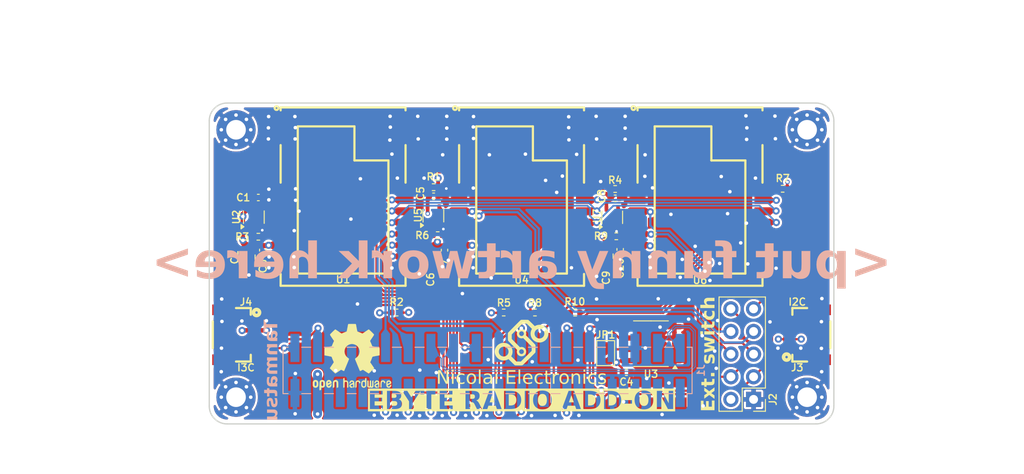
<source format=kicad_pcb>
(kicad_pcb (version 20241229) (generator "pcbnew") (generator_version "9.0")
  (layers (0 "F.Cu" signal) (4 "In1.Cu" signal) (6 "In2.Cu" signal) (2 "B.Cu" signal) (13 "F.Paste" user) (15 "B.Paste" user) (5 "F.SilkS" user "F.Silkscreen") (7 "B.SilkS" user "B.Silkscreen") (1 "F.Mask" user) (3 "B.Mask" user) (25 "Edge.Cuts" user))
  (net 0 "")
  (net 1 "GND")
  (net 2 "M3_TXEN")
  (net 3 "M3_RXEN")
  (net 4 "+3.3V")
  (net 5 "M3_RESET")
  (net 6 "M1_RESET")
  (net 7 "M2_RESET")
  (net 8 "M3_BUSY")
  (net 9 "I2C_SCL")
  (net 10 "SPI_MISO")
  (net 11 "USB_P")
  (net 12 "I2C_SDA")
  (net 13 "M2_DIO1")
  (net 14 "+5V")
  (net 15 "M3_DIO1")
  (net 16 "SPI_MOSI")
  (net 17 "M1_DIO1")
  (net 18 "SPI_SCK")
  (net 19 "USB_N")
  (net 20 "M1_NSS")
  (net 21 "M1_TXEN")
  (net 22 "M2_NSS")
  (net 23 "M2_TXEN")
  (net 24 "M1_RXEN")
  (net 25 "M2_RXEN")
  (net 26 "M3_NSS")
  (net 27 "M2_BUSY")
  (net 28 "Net-(JP1-A)")
  (net 29 "M1_BUSY")
  (net 31 "Net-(U6-BUSY)")
  (net 33 "I3C_SCL")
  (net 34 "I3C_SDA")
  (net 35 "VSYS")
  (net 36 "VBATT")
  (footprint "Resistor_SMD:R_0402_1005Metric" (layer "F.Cu") (at 29.2608 -8.382)
    (property "Reference" "R7")
    (property "Value" "100k")
  )
  (footprint "Capacitor_SMD:C_0402_1005Metric" (layer "F.Cu") (at 11.049 -1.5748 -90)
    (property "Reference" "C10")
    (property "Value" "100n")
  )
  (footprint "library:1X04_1MM_RA_GND" (layer "F.Cu") (at 30 8 90)
    (property "Reference" "J3")
    (property "Value" "I2C")
  )
  (footprint "Resistor_SMD:R_0402_1005Metric" (layer "F.Cu") (at -9.8552 -8.5572)
    (property "Reference" "R1")
    (property "Value" "100k")
  )
  (footprint "MountingHole:MountingHole_2.2mm_M2_Pad_Via" (layer "F.Cu") (at -32 -15)
    (property "Reference" "H1" (hide yes))
    (property "Value" "~")
  )
  (footprint "Resistor_SMD:R_0402_1005Metric" (layer "F.Cu") (at 6 5.5 180)
    (property "Reference" "R10")
    (property "Value" "1k")
  )
  (footprint "Jumper:SolderJumper-2_P1.3mm_Open_TrianglePad1.0x1.5mm" (layer "F.Cu") (at 9.4234 10.0584 -90)
    (property "Reference" "JP1")
    (property "Value" "WP")
  )
  (footprint "Capacitor_SMD:C_0402_1005Metric" (layer "F.Cu") (at -29 -1.5 -90)
    (property "Reference" "C3")
    (property "Value" "100n")
  )
  (footprint "MountingHole:MountingHole_2.2mm_M2_Pad_Via" (layer "F.Cu") (at 32 -15)
    (property "Reference" "H2" (hide yes))
    (property "Value" "~")
  )
  (footprint "library:WIRELM-SMD_E22-900M22S" (layer "F.Cu") (at -20 -8 180)
    (property "Reference" "U1")
    (property "Value" "Module 1" (hide yes))
  )
  (footprint "MountingHole:MountingHole_2.2mm_M2_Pad_Via" (layer "F.Cu") (at 32 15)
    (property "Reference" "H3" (hide yes))
    (property "Value" "~")
  )
  (footprint "Capacitor_SMD:C_0402_1005Metric" (layer "F.Cu") (at 11.75 12.2)
    (property "Reference" "C4")
    (property "Value" "100n")
  )
  (footprint "Resistor_SMD:R_0402_1005Metric" (layer "F.Cu") (at -29.5 -3 180)
    (property "Reference" "R3")
    (property "Value" "100k")
  )
  (footprint "Resistor_SMD:R_0402_1005Metric" (layer "F.Cu") (at -14 5.5)
    (property "Reference" "R2")
    (property "Value" "100k")
  )
  (footprint "Capacitor_SMD:C_0805_2012Metric" (layer "F.Cu") (at 9.525 -0.8128 -90)
    (property "Reference" "C9")
    (property "Value" "22u")
  )
  (footprint "Resistor_SMD:R_0402_1005Metric" (layer "F.Cu") (at 1.5 5.5 180)
    (property "Reference" "R8")
    (property "Value" "100k")
  )
  (footprint "Resistor_SMD:R_0402_1005Metric" (layer "F.Cu") (at -2 5.5 180)
    (property "Reference" "R5")
    (property "Value" "100k")
  )
  (footprint "MountingHole:MountingHole_2.2mm_M2_Pad_Via" (layer "F.Cu") (at -32 15)
    (property "Reference" "H4" (hide yes))
    (property "Value" "~")
  )
  (footprint "Connector_PinHeader_2.54mm:PinHeader_2x05_P2.54mm_Vertical" (layer "F.Cu") (at 26 15.25 180)
    (property "Reference" "J2")
    (property "Value" "Antenna switcher")
  )
  (footprint "Capacitor_SMD:C_0805_2012Metric" (layer "F.Cu") (at -10.16 -0.6832 -90)
    (property "Reference" "C6")
    (property "Value" "22u")
  )
  (footprint "library:WIRELM-SMD_E22-900M22S" (layer "F.Cu") (at 20 -8 180)
    (property "Reference" "U6")
    (property "Value" "Module 3" (hide yes))
  )
  (footprint "Package_TO_SOT_SMD:SOT-353_SC-70-5" (layer "F.Cu") (at -30 -5.2 90)
    (property "Reference" "U2")
    (property "Value" "74LVC1GU04")
  )
  (footprint "Capacitor_SMD:C_0402_1005Metric" (layer "F.Cu") (at -29.5 -7.4)
    (property "Reference" "C1")
    (property "Value" "100n")
  )
  (footprint "library:1X04_1MM_RA_GND" (layer "F.Cu") (at -30 8 -90)
    (property "Reference" "J4")
    (property "Value" "I3C")
  )
  (footprint "Package_TO_SOT_SMD:SOT-353_SC-70-5" (layer "F.Cu") (at -9.8806 -5.3594 90)
    (property "Reference" "U5")
    (property "Value" "74LVC1GU04")
  )
  (footprint "Resistor_SMD:R_0402_1005Metric" (layer "F.Cu") (at 10.6172 -3.048 180)
    (property "Reference" "R9")
    (property "Value" "100k")
  )
  (footprint "Symbol:OSHW-Logo2_9.8x8mm_SilkScreen" (layer "F.Cu") (at -19 10.5)
    (property "Reference" "N1" (hide yes))
    (property "Value" "OSHW" (hide yes))
  )
  (footprint "Resistor_SMD:R_0402_1005Metric" (layer "F.Cu") (at -9.398 -3.175 180)
    (property "Reference" "R6")
    (property "Value" "100k")
  )
  (footprint "Resistor_SMD:R_0402_1005Metric" (layer "F.Cu") (at 10.4882 -8.3566)
    (property "Reference" "R4")
    (property "Value" "100k")
  )
  (footprint "Package_TO_SOT_SMD:SOT-353_SC-70-5" (layer "F.Cu") (at 10.16 -5.1816 90)
    (property "Reference" "U7")
    (property "Value" "74LVC1GU04")
  )
  (footprint "library:WIRELM-SMD_E22-900M22S" (layer "F.Cu") (at 0 -8 180)
    (property "Reference" "U4")
    (property "Value" "Module 2" (hide yes))
  )
  (footprint "Capacitor_SMD:C_0402_1005Metric" (layer "F.Cu") (at -8.636 -1.496 -90)
    (property "Reference" "C7")
    (property "Value" "100n")
  )
  (footprint "Capacitor_SMD:C_0402_1005Metric" (layer "F.Cu") (at -9.8552 -7.5412)
    (property "Reference" "C5")
    (property "Value" "100n")
  )
  (footprint "Capacitor_SMD:C_0805_2012Metric" (layer "F.Cu") (at -30.6 -0.7 -90)
    (property "Reference" "C2")
    (property "Value" "22u")
  )
  (footprint "Capacitor_SMD:C_0402_1005Metric" (layer "F.Cu") (at 10.4902 -7.3152)
    (property "Reference" "C8")
    (property "Value" "100n")
  )
  (footprint "Package_SO:SOP-8_3.9x4.9mm_P1.27mm" (layer "F.Cu") (at 14.5 9 180)
    (property "Reference" "U3")
    (property "Value" "24C02BN")
  )
  (footprint "Connector_PinHeader_2.54mm:PinHeader_2x18_P2.54mm_Vertical_SMD" (layer "B.Cu") (at -3.81 12 90)
    (property "Reference" "J1")
    (property "Value" "Mainboard")
  )
  (gr_poly (pts (xy 0.207878 6.317863) (xy 0.159305 6.318094) (xy 0.116717 6.31847) (xy 0.079646 6.319024) (xy 0.047619 6.319785) (xy 0.020167 6.320785) (xy -0.00318 6.322055) (xy -0.022894 6.323626) (xy -0.031536 6.324534) (xy -0.039445 6.325529) (xy -0.046681 6.326614) (xy -0.053303 6.327794) (xy -0.05937 6.329073) (xy -0.064939 6.330453) (xy -0.070071 6.33194) (xy -0.074823 6.333538) (xy -0.079256 6.335249) (xy -0.083427 6.337077) (xy -0.087395 6.339028) (xy -0.091219 6.341104) (xy -0.098671 6.345648) (xy -0.172415 6.413964) (xy -0.33553 6.574087) (xy -0.809867 7.048786) (xy -1.281669 7.527808) (xy -1.441615 7.693336) (xy -1.510921 7.769217) (xy -1.518528 7.783239) (xy -1.521696 7.791855) (xy -1.524473 7.802124) (xy -1.528955 7.829375) (xy -1.532177 7.868492) (xy -1.534339 7.922978) (xy -1.535643 7.996333) (xy -1.536479 8.213659) (xy -1.536259 8.312403) (xy -1.535528 8.397773) (xy -1.534272 8.470172) (xy -1.532475 8.530007) (xy -1.53012 8.577682) (xy -1.52873 8.597086) (xy -1.527194 8.613603) (xy -1.525512 8.627282) (xy -1.52368 8.638174) (xy -1.521698 8.64633) (xy -1.519563 8.6518) (xy -1.488429 8.687496) (xy -1.411702 8.7685) (xy -1.157323 9.030237) (xy -0.495799 9.699265) (xy -0.494638 9.695982) (xy -0.493456 9.692708) (xy -0.492251 9.689441) (xy -0.491025 9.686181) (xy -0.488436 9.680156) (xy -0.485772 9.674165) (xy -0.483033 9.668208) (xy -0.480221 9.662286) (xy -0.477334 9.656399) (xy -0.474374 9.650549) (xy -0.471341 9.644736) (xy -0.468235 9.63896) (xy -0.465054 9.633225) (xy -0.461802 9.627532) (xy -0.458479 9.621879) (xy -0.455087 9.616269) (xy -0.451624 9.610702) (xy -0.448091 9.605178) (xy -0.44449 9.599699) (xy -0.44082 9.594264) (xy -0.437083 9.588875) (xy -0.43328 9.583533) (xy -0.42941 9.57824) (xy -0.425475 9.572995) (xy -0.421474 9.5678) (xy -0.417409 9.562655) (xy -0.413279 9.557561) (xy -0.409085 9.552519) (xy -0.404832 9.547534) (xy -0.400517 9.542602) (xy -0.396141 9.537726) (xy -0.391704 9.532904) (xy -0.387208 9.528138) (xy -0.382652 9.523429) (xy -0.378038 9.518776) (xy -0.373365 9.514181) (xy -0.368632 9.509639) (xy -0.363842 9.505157) (xy -0.358997 9.500736) (xy -0.354097 9.496376) (xy -0.349143 9.492077) (xy -0.344136 9.487841) (xy -0.339075 9.483667) (xy -0.333962 9.479556) (xy -0.328803 9.475514) (xy -0.323594 9.471536) (xy -0.318336 9.467625) (xy -0.313029 9.463779) (xy -0.307675 9.460001) (xy -0.302275 9.456289) (xy -0.296827 9.452645) (xy -0.291334 9.449068) (xy -0.285793 9.445561) (xy -0.280209 9.442124) (xy -0.274584 9.438757) (xy -0.268916 9.435461) (xy -0.263209 9.432237) (xy -0.257461 9.429083) (xy -0.251673 9.426001) (xy -0.245847 9.422992) (xy -0.239984 9.420054) (xy -0.234085 9.417189) (xy -0.228152 9.414399) (xy -0.222184 9.411683) (xy -0.216183 9.409042) (xy -0.210149 9.406477) (xy -0.204082 9.403986) (xy -0.197984 9.401571) (xy -0.194536 9.400387) (xy -0.192019 9.399543) (xy -0.208174 9.405777) (xy -0.231568 9.416142) (xy -0.254441 9.427641) (xy -0.276751 9.440258) (xy -0.298455 9.453975) (xy -0.319509 9.468772) (xy -0.339871 9.484634) (xy -0.359497 9.501541) (xy -0.378344 9.519477) (xy -0.396281 9.538324) (xy -0.413189 9.55795) (xy -0.429051 9.578311) (xy -0.443849 9.599365) (xy -0.457566 9.621068) (xy -0.470183 9.643378) (xy -0.481684 9.666251) (xy -0.492049 9.689645) (xy -0.501262 9.713516) (xy -0.509304 9.737822) (xy -0.516158 9.76252) (xy -0.521805 9.787566) (xy -0.526229 9.812918) (xy -0.52941 9.838532) (xy -0.531332 9.864366) (xy -0.531977 9.890377) (xy -0.531333 9.916387) (xy -0.529411 9.94222) (xy -0.52623 9.967834) (xy -0.521807 9.993185) (xy -0.51616 10.018231) (xy -0.509306 10.042928) (xy -0.501265 10.067233) (xy -0.492052 10.091105) (xy -0.481687 10.114498) (xy -0.470187 10.137372) (xy -0.45757 10.159682) (xy -0.443853 10.181385) (xy -0.429055 10.202439) (xy -0.413193 10.2228) (xy -0.396286 10.242426) (xy -0.37835 10.261274) (xy -0.359502 10.279209) (xy -0.339876 10.296117) (xy -0.319515 10.311979) (xy -0.298461 10.326777) (xy -0.276758 10.340493) (xy -0.254448 10.35311) (xy -0.231575 10.36461) (xy -0.208182 10.374975) (xy -0.184311 10.384187) (xy -0.160006 10.392229) (xy -0.135309 10.399082) (xy -0.110264 10.404729) (xy -0.084914 10.409153) (xy -0.059301 10.412334) (xy -0.033469 10.414256) (xy -0.007461 10.4149) (xy 0.018549 10.414256) (xy 0.044382 10.412335) (xy 0.069996 10.409154) (xy 0.095347 10.404731) (xy 0.120393 10.399085) (xy 0.14509 10.392232) (xy 0.169396 10.384191) (xy 0.193268 10.374979) (xy 0.216662 10.364614) (xy 0.239535 10.353115) (xy 0.261845 10.340498) (xy 0.283549 10.326782) (xy 0.304603 10.311984) (xy 0.324964 10.296122) (xy 0.34459 10.279215) (xy 0.363438 10.261279) (xy 0.381374 10.242432) (xy 0.398282 10.222806) (xy 0.414144 10.202445) (xy 0.428943 10.181391) (xy 0.44266 10.159688) (xy 0.455277 10.137378) (xy 0.466777 10.114505) (xy 0.477143 10.091111) (xy 0.486356 10.06724) (xy 0.494398 10.042934) (xy 0.501251 10.018236) (xy 0.506899 9.99319) (xy 0.511322 9.967838) (xy 0.514504 9.942224) (xy 0.516426 9.91639) (xy 0.517071 9.890379) (xy 0.517045 9.889343) (xy 0.257175 9.889343) (xy 0.256829 9.902973) (xy 0.255806 9.916424) (xy 0.254122 9.929679) (xy 0.251792 9.942722) (xy 0.248834 9.955536) (xy 0.245265 9.968105) (xy 0.241101 9.980412) (xy 0.236358 9.992439) (xy 0.231054 10.004172) (xy 0.225204 10.015592) (xy 0.218827 10.026683) (xy 0.211937 10.03743) (xy 0.204553 10.047814) (xy 0.196689 10.05782) (xy 0.188365 10.06743) (xy 0.179595 10.076628) (xy 0.170396 10.085398) (xy 0.160785 10.093723) (xy 0.150779 10.101586) (xy 0.140395 10.10897) (xy 0.129649 10.11586) (xy 0.118557 10.122237) (xy 0.107136 10.128086) (xy 0.095403 10.133391) (xy 0.083375 10.138133) (xy 0.071068 10.142297) (xy 0.058499 10.145867) (xy 0.045685 10.148824) (xy 0.032641 10.151154) (xy 0.019386 10.152838) (xy 0.005934 10.153862) (xy -0.007696 10.154206) (xy -0.021326 10.153861) (xy -0.034776 10.152838) (xy -0.048032 10.151152) (xy -0.061075 10.148823) (xy -0.073889 10.145864) (xy -0.086457 10.142295) (xy -0.098763 10.13813) (xy -0.110791 10.133387) (xy -0.122523 10.128083) (xy -0.133943 10.122233) (xy -0.145034 10.115855) (xy -0.15578 10.108966) (xy -0.166165 10.101581) (xy -0.17617 10.093718) (xy -0.18578 10.085393) (xy -0.194978 10.076623) (xy -0.203748 10.067425) (xy -0.212072 10.057814) (xy -0.219935 10.047809) (xy -0.227319 10.037425) (xy -0.234208 10.026679) (xy -0.240585 10.015587) (xy -0.246434 10.004167) (xy -0.251738 9.992435) (xy -0.25648 9.980408) (xy -0.260644 9.968102) (xy -0.264213 9.955533) (xy -0.267171 9.94272) (xy -0.2695 9.929677) (xy -0.271184 9.916423) (xy -0.272207 9.902972) (xy -0.272551 9.889343) (xy -0.272207 9.875714) (xy -0.271183 9.862263) (xy -0.269499 9.849008) (xy -0.267169 9.835965) (xy -0.264212 9.823151) (xy -0.260642 9.810582) (xy -0.256478 9.798276) (xy -0.251735 9.786248) (xy -0.246431 9.774516) (xy -0.240582 9.763095) (xy -0.234204 9.752004) (xy -0.227315 9.741258) (xy -0.219931 9.730873) (xy -0.212068 9.720868) (xy -0.203743 9.711257) (xy -0.194973 9.702059) (xy -0.185775 9.693289) (xy -0.176164 9.684964) (xy -0.166159 9.677101) (xy -0.155774 9.669717) (xy -0.145028 9.662827) (xy -0.133937 9.65645) (xy -0.122516 9.6506) (xy -0.110784 9.645296) (xy -0.098756 9.640554) (xy -0.08645 9.636389) (xy -0.073881 9.63282) (xy -0.061067 9.629862) (xy -0.048024 9.627532) (xy -0.034769 9.625848) (xy -0.021318 9.624825) (xy -0.007688 9.62448) (xy -0.007682 9.62448) (xy 0.005948 9.624825) (xy 0.019399 9.625848) (xy 0.032654 9.627534) (xy 0.045697 9.629863) (xy 0.058511 9.632822) (xy 0.071079 9.636391) (xy 0.083386 9.640556) (xy 0.095413 9.645299) (xy 0.107145 9.650603) (xy 0.118565 9.656453) (xy 0.129657 9.662831) (xy 0.140403 9.66972) (xy 0.150787 9.677105) (xy 0.160792 9.684968) (xy 0.170403 9.693293) (xy 0.179601 9.702063) (xy 0.18837 9.711262) (xy 0.196695 9.720872) (xy 0.204558 9.730878) (xy 0.211942 9.741262) (xy 0.218831 9.752008) (xy 0.225208 9.7631) (xy 0.231057 9.77452) (xy 0.236361 9.786252) (xy 0.241103 9.798279) (xy 0.245267 9.810585) (xy 0.248836 9.823154) (xy 0.251794 9.835967) (xy 0.254123 9.84901) (xy 0.255807 9.862264) (xy 0.25683 9.875714) (xy 0.257175 9.889343) (xy 0.517045 9.889343) (xy 0.516427 9.864369) (xy 0.514505 9.838536) (xy 0.511323 9.812922) (xy 0.5069 9.787571) (xy 0.501253 9.762525) (xy 0.4944 9.737828) (xy 0.486358 9.713522) (xy 0.477146 9.689651) (xy 0.466781 9.666257) (xy 0.455281 9.643384) (xy 0.442663 9.621074) (xy 0.428947 9.599371) (xy 0.414149 9.578317) (xy 0.398287 9.557955) (xy 0.381379 9.538329) (xy 0.363443 9.519482) (xy 0.344596 9.501546) (xy 0.32497 9.484639) (xy 0.304609 9.468777) (xy 0.283555 9.453979) (xy 0.261851 9.440263) (xy 0.239542 9.427645) (xy 0.216668 9.416145) (xy 0.193275 9.40578) (xy 0.169403 9.396568) (xy 0.145098 9.388526) (xy 0.1204 9.381673) (xy 0.095355 9.376026) (xy 0.070004 9.371602) (xy 0.04439 9.368421) (xy 0.018556 9.366499) (xy -0.007453 9.365854) (xy -0.007452 9.365855) (xy -0.007451 9.365855) (xy -0.00745 9.365855) (xy -0.007449 9.365855) (xy -0.007448 9.365855) (xy -0.007447 9.365855) (xy -0.007446 9.365855) (xy -0.033456 9.366499) (xy -0.059289 9.36842) (xy -0.084903 9.371601) (xy -0.110254 9.376024) (xy -0.1353 9.381671) (xy -0.159997 9.388524) (xy -0.184303 9.396565) (xy -0.184479 9.396633) (xy -0.313614 9.264219) (xy -0.458224 9.117115) (xy -1.098461 8.46976) (xy -1.098461 7.962641) (xy -0.497961 7.3556) (xy 0.102538 6.748559) (xy 0.573937 6.748559) (xy 1.166089 7.342197) (xy 1.147745 7.372254) (xy 1.130513 7.402872) (xy 1.114404 7.434022) (xy 1.099425 7.465672) (xy 1.085586 7.497789) (xy 1.072895 7.530344) (xy 1.061363 7.563304) (xy 1.050998 7.596639) (xy 1.04181 7.630316) (xy 1.033807 7.664306) (xy 1.026999 7.698576) (xy 1.021394 7.733094) (xy 1.017003 7.767831) (xy 1.013833 7.802754) (xy 1.011895 7.837833) (xy 1.011197 7.873035) (xy 1.012419 7.922344) (xy 1.016062 7.971319) (xy 1.022094 8.019878) (xy 1.030479 8.067939) (xy 1.041186 8.115421) (xy 1.054178 8.162242) (xy 1.069424 8.208322) (xy 1.086889 8.253577) (xy 1.106539 8.297927) (xy 1.128341 8.341291) (xy 1.152261 8.383586) (xy 1.178265 8.424731) (xy 1.20632 8.464645) (xy 1.236391 8.503247) (xy 1.268444 8.540454) (xy 1.302447 8.576185) (xy 1.338179 8.610188) (xy 1.375386 8.642242) (xy 1.413987 8.672313) (xy 1.453901 8.700367) (xy 1.495047 8.726371) (xy 1.537342 8.750291) (xy 1.580705 8.772093) (xy 1.625055 8.791744) (xy 1.67031 8.809209) (xy 1.716388 8.824454) (xy 1.763209 8.837447) (xy 1.81069 8.848153) (xy 1.858751 8.856539) (xy 1.907308 8.86257) (xy 1.956282 8.866214) (xy 2.00559 8.867436) (xy 2.0549 8.866214) (xy 2.103875 8.862571) (xy 2.152434 8.85654) (xy 2.200495 8.848155) (xy 2.247977 8.837449) (xy 2.294798 8.824457) (xy 2.340877 8.809212) (xy 2.386133 8.791747) (xy 2.430483 8.772097) (xy 2.473846 8.750295) (xy 2.516142 8.726376) (xy 2.557287 8.700372) (xy 2.597201 8.672318) (xy 2.635803 8.642247) (xy 2.67301 8.610193) (xy 2.708742 8.57619) (xy 2.742745 8.540459) (xy 2.774799 8.503252) (xy 2.804871 8.464651) (xy 2.832926 8.424737) (xy 2.85893 8.383592) (xy 2.88285 8.341297) (xy 2.904653 8.297933) (xy 2.924303 8.253583) (xy 2.941769 8.208327) (xy 2.957015 8.162248) (xy 2.970008 8.115426) (xy 2.980715 8.067943) (xy 2.989101 8.019882) (xy 2.995133 7.971322) (xy 2.998777 7.922346) (xy 2.999999 7.873035) (xy 2.999902 7.869142) (xy 2.552121 7.869142) (xy 2.55145 7.896242) (xy 2.549447 7.923159) (xy 2.546133 7.949847) (xy 2.541524 7.976262) (xy 2.53564 8.002358) (xy 2.528499 8.028091) (xy 2.52012 8.053416) (xy 2.510522 8.078288) (xy 2.499722 8.102663) (xy 2.487739 8.126496) (xy 2.474593 8.149741) (xy 2.460301 8.172355) (xy 2.444883 8.194292) (xy 2.428355 8.215507) (xy 2.410739 8.235956) (xy 2.392051 8.255594) (xy 2.372413 8.274282) (xy 2.351964 8.291898) (xy 2.330749 8.308426) (xy 2.308812 8.323844) (xy 2.286198 8.338136) (xy 2.262953 8.351282) (xy 2.239121 8.363265) (xy 2.214746 8.374064) (xy 2.189874 8.383663) (xy 2.16455 8.392042) (xy 2.138817 8.399183) (xy 2.112722 8.405067) (xy 2.086309 8.409676) (xy 2.059622 8.41299) (xy 2.032707 8.414993) (xy 2.005607 8.415664) (xy 1.978507 8.414993) (xy 1.95159 8.412991) (xy 1.924902 8.409677) (xy 1.898488 8.405069) (xy 1.872392 8.399185) (xy 1.846659 8.392045) (xy 1.821333 8.383666) (xy 1.796461 8.374068) (xy 1.772086 8.363269) (xy 1.748253 8.351287) (xy 1.725007 8.338141) (xy 1.702393 8.323849) (xy 1.680456 8.308431) (xy 1.659241 8.291904) (xy 1.638791 8.274287) (xy 1.619153 8.255599) (xy 1.600465 8.235962) (xy 1.582848 8.215513) (xy 1.56632 8.194297) (xy 1.550901 8.172361) (xy 1.536609 8.149747) (xy 1.523462 8.126502) (xy 1.51148 8.102669) (xy 1.50068 8.078294) (xy 1.49108 8.053421) (xy 1.482701 8.028096) (xy 1.47556 8.002362) (xy 1.469675 7.976265) (xy 1.465066 7.94985) (xy 1.461751 7.923161) (xy 1.459749 7.896243) (xy 1.459077 7.869141) (xy 1.459748 7.84204) (xy 1.46175 7.815124) (xy 1.465065 7.788436) (xy 1.469673 7.762021) (xy 1.475557 7.735925) (xy 1.482698 7.710192) (xy 1.491077 7.684867) (xy 1.500676 7.659995) (xy 1.511476 7.63562) (xy 1.523458 7.611787) (xy 1.536605 7.588542) (xy 1.550896 7.565928) (xy 1.566315 7.543992) (xy 1.582842 7.522776) (xy 1.600459 7.502327) (xy 1.619147 7.482689) (xy 1.638785 7.464001) (xy 1.659234 7.446384) (xy 1.68045 7.429857) (xy 1.702386 7.414438) (xy 1.725 7.400146) (xy 1.748245 7.387) (xy 1.772078 7.375017) (xy 1.796453 7.364217) (xy 1.821325 7.354619) (xy 1.84665 7.34624) (xy 1.872383 7.339099) (xy 1.898479 7.333215) (xy 1.924893 7.328606) (xy 1.951581 7.325292) (xy 1.978498 7.323289) (xy 2.005595 7.322618) (xy 2.032691 7.323289) (xy 2.059608 7.32529) (xy 2.086296 7.328605) (xy 2.11271 7.333213) (xy 2.138807 7.339096) (xy 2.16454 7.346237) (xy 2.189865 7.354615) (xy 2.214737 7.364213) (xy 2.239112 7.375013) (xy 2.262945 7.386995) (xy 2.286191 7.400141) (xy 2.308805 7.414432) (xy 2.330742 7.42985) (xy 2.351957 7.446377) (xy 2.372407 7.463994) (xy 2.392045 7.482682) (xy 2.410733 7.502319) (xy 2.42835 7.522768) (xy 2.444878 7.543984) (xy 2.460297 7.56592) (xy 2.474589 7.588534) (xy 2.487735 7.611779) (xy 2.499718 7.635612) (xy 2.510518 7.659987) (xy 2.520117 7.68486) (xy 2.528497 7.710186) (xy 2.535638 7.735919) (xy 2.541522 7.762017) (xy 2.546131 7.788432) (xy 2.549447 7.815121) (xy 2.551449 7.84204) (xy 2.552121 7.869142) (xy 2.999902 7.869142) (xy 2.998777 7.823725) (xy 2.995134 7.77475) (xy 2.989102 7.726191) (xy 2.980716 7.67813) (xy 2.97001 7.630648) (xy 2.957017 7.583827) (xy 2.941772 7.537748) (xy 2.924307 7.492492) (xy 2.904656 7.448142) (xy 2.882854 7.404779) (xy 2.858935 7.362483) (xy 2.832931 7.321338) (xy 2.804876 7.281424) (xy 2.774805 7.242822) (xy 2.742752 7.205615) (xy 2.708749 7.169884) (xy 2.673017 7.135881) (xy 2.63581 7.103827) (xy 2.597209 7.073756) (xy 2.557295 7.045702) (xy 2.516149 7.019698) (xy 2.473854 6.995778) (xy 2.430491 6.973976) (xy 2.38614 6.954326) (xy 2.340885 6.936861) (xy 2.294806 6.921615) (xy 2.247985 6.908622) (xy 2.200503 6.897916) (xy 2.152441 6.889531) (xy 2.103883 6.883499) (xy 2.054908 6.879856) (xy 2.005598 6.878634) (xy 1.970954 6.879281) (xy 1.936427 6.88113) (xy 1.902048 6.884172) (xy 1.867846 6.888397) (xy 1.833851 6.893799) (xy 1.800092 6.900367) (xy 1.766601 6.908094) (xy 1.733406 6.916971) (xy 1.700537 6.92699) (xy 1.668025 6.938141) (xy 1.635899 6.950417) (xy 1.60419 6.963809) (xy 1.572926 6.978308) (xy 1.542138 6.993905) (xy 1.511856 7.010593) (xy 1.482109 7.028363) (xy 1.469939 7.016132) (xy 1.305201 6.85249) (xy 1.163196 6.712432) (xy 1.043219 6.595286) (xy 0.944562 6.500379) (xy 0.866522 6.42704) (xy 0.835013 6.398248) (xy 0.808392 6.374596) (xy 0.786573 6.356) (xy 0.769468 6.342376) (xy 0.756987 6.333641) (xy 0.752453 6.331079) (xy 0.749042 6.329709) (xy 0.732478 6.327303) (xy 0.702019 6.325058) (xy 0.606372 6.321245) (xy 0.476016 6.318667) (xy 0.324865 6.31772) (xy 0.324866 6.317716)) (stroke (width -0.000001)) (fill yes) (layer "F.SilkS"))
  (gr_poly (pts (xy -0.00276 7.351312) (xy -0.02877 7.351956) (xy -0.054603 7.353877) (xy -0.080217 7.357058) (xy -0.105568 7.361481) (xy -0.130614 7.367127) (xy -0.155311 7.37398) (xy -0.179617 7.382022) (xy -0.203489 7.391233) (xy -0.226883 7.401598) (xy -0.249756 7.413098) (xy -0.272066 7.425715) (xy -0.293769 7.439431) (xy -0.314824 7.454228) (xy -0.335185 7.47009) (xy -0.354811 7.486997) (xy -0.373659 7.504933) (xy -0.391595 7.52378) (xy -0.408503 7.543406) (xy -0.424365 7.563767) (xy -0.439164 7.584821) (xy -0.452881 7.606524) (xy -0.465498 7.628834) (xy -0.476999 7.651707) (xy -0.487364 7.675101) (xy -0.496577 7.698973) (xy -0.504619 7.723279) (xy -0.511472 7.747977) (xy -0.51712 7.773023) (xy -0.521543 7.798375) (xy -0.524725 7.823989) (xy -0.526647 7.849824) (xy -0.527292 7.875835) (xy -0.526648 7.901845) (xy -0.524726 7.927678) (xy -0.521545 7.953292) (xy -0.517121 7.978643) (xy -0.511474 8.003689) (xy -0.504621 8.028386) (xy -0.496579 8.052692) (xy -0.487367 8.076563) (xy -0.477002 8.099957) (xy -0.465502 8.12283) (xy -0.452885 8.14514) (xy -0.439168 8.166843) (xy -0.42437 8.187897) (xy -0.408508 8.208259) (xy -0.391601 8.227885) (xy -0.373665 8.246732) (xy -0.354817 8.264668) (xy -0.335191 8.281575) (xy -0.31483 8.297437) (xy -0.293776 8.312235) (xy -0.272073 8.325951) (xy -0.249763 8.338568) (xy -0.226889 8.350068) (xy -0.203496 8.360433) (xy -0.179625 8.369646) (xy -0.155319 8.377687) (xy -0.130622 8.384541) (xy -0.105576 8.390188) (xy -0.080225 8.394611) (xy -0.054611 8.397792) (xy -0.028778 8.399714) (xy -0.002768 8.400358) (xy 0.008818 8.400206) (xy 0.020389 8.399798) (xy 0.031939 8.399135) (xy 0.043465 8.398218) (xy 0.054962 8.397048) (xy 0.066427 8.395626) (xy 0.077854 8.393952) (xy 0.089241 8.392027) (xy 0.100582 8.389851) (xy 0.111875 8.387426) (xy 0.123114 8.384753) (xy 0.134295 8.381831) (xy 0.145414 8.378663) (xy 0.156468 8.375248) (xy 0.167452 8.371587) (xy 0.178361 8.367681) (xy 0.333654 8.524722) (xy 0.506603 8.698236) (xy 1.136068 9.32618) (xy 1.136068 9.797579) (xy 0.529058 10.398077) (xy -0.077982 10.998546) (xy -0.570528 10.998546) (xy -1.16132 10.414231) (xy -1.143539 10.384517) (xy -1.126838 10.354267) (xy -1.111225 10.323511) (xy -1.096709 10.292279) (xy -1.083298 10.2606) (xy -1.071002 10.228505) (xy -1.059828 10.196023) (xy -1.049786 10.163184) (xy -1.040883 10.130018) (xy -1.033129 10.096555) (xy -1.026532 10.062824) (xy -1.0211 10.028855) (xy -1.016842 9.994679) (xy -1.013766 9.960324) (xy -1.011882 9.925822) (xy -1.011197 9.8912) (xy -1.011294 9.887306) (xy -1.459068 9.887306) (xy -1.459739 9.914407) (xy -1.461741 9.941324) (xy -1.465056 9.968012) (xy -1.469665 9.994426) (xy -1.475549 10.020522) (xy -1.48269 10.046255) (xy -1.491069 10.07158) (xy -1.500667 10.096452) (xy -1.511467 10.120827) (xy -1.523449 10.14466) (xy -1.536596 10.167905) (xy -1.550888 10.190519) (xy -1.566306 10.212456) (xy -1.582833 10.233671) (xy -1.60045 10.25412) (xy -1.619138 10.273758) (xy -1.638776 10.292446) (xy -1.659225 10.310063) (xy -1.680441 10.32659) (xy -1.702377 10.342009) (xy -1.724991 10.3563) (xy -1.748236 10.369447) (xy -1.772068 10.381429) (xy -1.796443 10.392229) (xy -1.821315 10.401827) (xy -1.846639 10.410206) (xy -1.872372 10.417347) (xy -1.898467 10.423231) (xy -1.92488 10.42784) (xy -1.951567 10.431155) (xy -1.978483 10.433157) (xy -2.005582 10.433828) (xy -2.032682 10.433158) (xy -2.059599 10.431156) (xy -2.086287 10.427841) (xy -2.112702 10.423233) (xy -2.138798 10.417349) (xy -2.164531 10.410209) (xy -2.189856 10.40183) (xy -2.214729 10.392232) (xy -2.239104 10.381433) (xy -2.262937 10.369451) (xy -2.286182 10.356305) (xy -2.308796 10.342013) (xy -2.330733 10.326595) (xy -2.351949 10.310068) (xy -2.372398 10.292452) (xy -2.392036 10.273764) (xy -2.410725 10.254126) (xy -2.428342 10.233677) (xy -2.444869 10.212462) (xy -2.460288 10.190525) (xy -2.47458 10.167912) (xy -2.487727 10.144666) (xy -2.49971 10.120833) (xy -2.51051 10.096458) (xy -2.520109 10.071586) (xy -2.528488 10.04626) (xy -2.535629 10.020526) (xy -2.541514 9.994429) (xy -2.546123 9.968014) (xy -2.549438 9.941325) (xy -2.55144 9.914407) (xy -2.552112 9.887305) (xy -2.551441 9.860204) (xy -2.549439 9.833287) (xy -2.546124 9.806599) (xy -2.541515 9.780185) (xy -2.535631 9.754089) (xy -2.528491 9.728356) (xy -2.520112 9.703031) (xy -2.510513 9.678158) (xy -2.499713 9.653783) (xy -2.487731 9.629951) (xy -2.474585 9.606705) (xy -2.460293 9.584092) (xy -2.444874 9.562155) (xy -2.428347 9.54094) (xy -2.41073 9.520491) (xy -2.392042 9.500853) (xy -2.372404 9.482165) (xy -2.351955 9.464548) (xy -2.33074 9.448021) (xy -2.308803 9.432602) (xy -2.286189 9.41831) (xy -2.262944 9.405164) (xy -2.239111 9.393182) (xy -2.214736 9.382382) (xy -2.189864 9.372783) (xy -2.164539 9.364404) (xy -2.138806 9.357264) (xy -2.11271 9.35138) (xy -2.086295 9.346771) (xy -2.059607 9.343457) (xy -2.032691 9.341454) (xy -2.00559 9.340783) (xy -2.005591 9.340783) (xy -2.005592 9.340783) (xy -2.005593 9.340783) (xy -2.005594 9.340783) (xy -2.005595 9.340783) (xy -2.005597 9.340783) (xy -2.005597 9.340782) (xy -2.005598 9.340782) (xy -1.978498 9.341453) (xy -1.951581 9.343455) (xy -1.924893 9.346769) (xy -1.898479 9.351377) (xy -1.872382 9.357261) (xy -1.846649 9.364401) (xy -1.821324 9.37278) (xy -1.796451 9.382378) (xy -1.772076 9.393178) (xy -1.748244 9.40516) (xy -1.724998 9.418306) (xy -1.702384 9.432597) (xy -1.680447 9.448016) (xy -1.659231 9.464543) (xy -1.638782 9.482159) (xy -1.619144 9.500847) (xy -1.600456 9.520485) (xy -1.582838 9.540934) (xy -1.566311 9.562149) (xy -1.550892 9.584086) (xy -1.5366 9.606699) (xy -1.523453 9.629945) (xy -1.51147 9.653777) (xy -1.50067 9.678152) (xy -1.491071 9.703025) (xy -1.482692 9.728351) (xy -1.475551 9.754084) (xy -1.469666 9.780181) (xy -1.465057 9.806597) (xy -1.461742 9.833286) (xy -1.459739 9.860204) (xy -1.459068 9.887306) (xy -1.011294 9.887306) (xy -1.012419 9.841891) (xy -1.016062 9.792916) (xy -1.022094 9.744357) (xy -1.030479 9.696296) (xy -1.041185 9.648814) (xy -1.054178 9.601992) (xy -1.069424 9.555913) (xy -1.086889 9.510658) (xy -1.106539 9.466308) (xy -1.128342 9.422944) (xy -1.152261 9.380649) (xy -1.178266 9.339503) (xy -1.20632 9.299589) (xy -1.236391 9.260988) (xy -1.268445 9.223781) (xy -1.302448 9.18805) (xy -1.33818 9.154047) (xy -1.375387 9.121993) (xy -1.413988 9.091922) (xy -1.453902 9.063868) (xy -1.495047 9.037864) (xy -1.537342 9.013944) (xy -1.580705 8.992142) (xy -1.625055 8.972491) (xy -1.67031 8.955026) (xy -1.716389 8.939781) (xy -1.763209 8.926788) (xy -1.81069 8.916082) (xy -1.85875 8.907696) (xy -1.907308 8.901665) (xy -1.956282 8.898021) (xy -2.00559 8.896799) (xy -2.0549 8.898021) (xy -2.103875 8.901664) (xy -2.152434 8.907695) (xy -2.200495 8.91608) (xy -2.247977 8.926785) (xy -2.294798 8.939778) (xy -2.340877 8.955023) (xy -2.386133 8.972488) (xy -2.430483 8.992138) (xy -2.473847 9.013939) (xy -2.516142 9.037859) (xy -2.557288 9.063863) (xy -2.597202 9.091917) (xy -2.635804 9.121988) (xy -2.673011 9.154041) (xy -2.708743 9.188044) (xy -2.742746 9.223775) (xy -2.7748 9.260982) (xy -2.804872 9.299583) (xy -2.832926 9.339497) (xy -2.858931 9.380643) (xy -2.882851 9.422938) (xy -2.904653 9.466301) (xy -2.924304 9.510652) (xy -2.941769 9.555907) (xy -2.957015 9.601987) (xy -2.970009 9.648809) (xy -2.980715 9.696291) (xy -2.989101 9.744353) (xy -2.995133 9.792913) (xy -2.998777 9.841889) (xy -2.999999 9.8912) (xy -2.998777 9.94051) (xy -2.995134 9.989485) (xy -2.989102 10.038044) (xy -2.980717 10.086105) (xy -2.970011 10.133587) (xy -2.957018 10.180408) (xy -2.941772 10.226487) (xy -2.924307 10.271742) (xy -2.904657 10.316092) (xy -2.882855 10.359456) (xy -2.858935 10.401751) (xy -2.832931 10.442896) (xy -2.804876 10.48281) (xy -2.774805 10.521412) (xy -2.742751 10.558619) (xy -2.708748 10.59435) (xy -2.673017 10.628353) (xy -2.63581 10.660407) (xy -2.597208 10.690478) (xy -2.557294 10.718532) (xy -2.516149 10.744536) (xy -2.473853 10.768456) (xy -2.43049 10.790258) (xy -2.38614 10.809909) (xy -2.340885 10.827374) (xy -2.294805 10.842619) (xy -2.247984 10.855612) (xy -2.200502 10.866318) (xy -2.152441 10.874704) (xy -2.103882 10.880735) (xy -2.054907 10.884378) (xy -2.005598 10.8856) (xy -1.969785 10.884948) (xy -1.934101 10.883012) (xy -1.898578 10.879803) (xy -1.86325 10.875329) (xy -1.828148 10.869602) (xy -1.793306 10.86263) (xy -1.758756 10.854423) (xy -1.724533 10.844991) (xy -1.690667 10.834343) (xy -1.657193 10.82249) (xy -1.624144 10.80944) (xy -1.591551 10.795205) (xy -1.559448 10.779792) (xy -1.527868 10.763213) (xy -1.496844 10.745476) (xy -1.466409 10.726592) (xy -1.211552 10.977771) (xy -0.987056 11.19749) (xy -0.82377 11.355031) (xy -0.77472 11.400887) (xy -0.76003 11.413905) (xy -0.75254 11.419679) (xy -0.747097 11.42181) (xy -0.73901 11.423789) (xy -0.714718 11.427299) (xy -0.679284 11.430223) (xy -0.632328 11.432576) (xy -0.573471 11.434375) (xy -0.502333 11.435634) (xy -0.3217 11.436596) (xy -0.202407 11.4364) (xy -0.152472 11.436144) (xy -0.10844 11.435749) (xy -0.069882 11.435189) (xy -0.036371 11.434441) (xy -0.007477 11.433479) (xy 0.017227 11.432277) (xy 0.038169 11.430811) (xy 0.055779 11.429055) (xy 0.063468 11.428061) (xy 0.070485 11.426985) (xy 0.076882 11.425824) (xy 0.082714 11.424575) (xy 0.088034 11.423235) (xy 0.092896 11.421801) (xy 0.097353 11.420269) (xy 0.101458 11.418636) (xy 0.105266 11.4169) (xy 0.10883 11.415057) (xy 0.112203 11.413104) (xy 0.115439 11.411038) (xy 0.19132 11.341732) (xy 0.356847 11.181786) (xy 0.835869 10.709984) (xy 1.310568 10.235647) (xy 1.470691 10.072532) (xy 1.539007 9.998788) (xy 1.547576 9.983543) (xy 1.551114 9.97494) (xy 1.554196 9.965056) (xy 1.556853 9.95342) (xy 1.559116 9.939561) (xy 1.562584 9.903297) (xy 1.564849 9.852497) (xy 1.566159 9.783399) (xy 1.566909 9.57525) (xy 1.566665 9.497944) (xy 1.565965 9.424094) (xy 1.56486 9.355443) (xy 1.563397 9.293728) (xy 1.561625 9.240691) (xy 1.559595 9.198071) (xy 1.557354 9.167608) (xy 1.55617 9.157479) (xy 1.554952 9.151042) (xy 1.550975 9.143049) (xy 1.542106 9.130439) (xy 1.509333 9.090994) (xy 1.455912 9.031952) (xy 1.381125 8.952559) (xy 1.164573 8.729703) (xy 0.853923 8.416393) (xy 0.661816 8.225007) (xy 0.489534 8.054926) (xy 0.493369 8.044133) (xy 0.496965 8.033268) (xy 0.500321 8.022335) (xy 0.503436 8.011338) (xy 0.506309 8.000281) (xy 0.508939 7.989168) (xy 0.511327 7.978002) (xy 0.51347 7.966789) (xy 0.51537 7.955532) (xy 0.517023 7.944235) (xy 0.518431 7.932901) (xy 0.519593 7.921536) (xy 0.520506 7.910143) (xy 0.521172 7.898725) (xy 0.521589 7.887288) (xy 0.521756 7.875835) (xy 0.52173 7.8748) (xy 0.26186 7.8748) (xy 0.261515 7.88843) (xy 0.260492 7.90188) (xy 0.258807 7.915136) (xy 0.256478 7.928179) (xy 0.25352 7.940993) (xy 0.24995 7.953561) (xy 0.245786 7.965868) (xy 0.241044 7.977896) (xy 0.235739 7.989628) (xy 0.22989 8.001048) (xy 0.223512 8.01214) (xy 0.216623 8.022886) (xy 0.209238 8.03327) (xy 0.201375 8.043276) (xy 0.19305 8.052886) (xy 0.18428 8.062085) (xy 0.175082 8.070855) (xy 0.165471 8.079179) (xy 0.155465 8.087042) (xy 0.145081 8.094427) (xy 0.134334 8.101316) (xy 0.123243 8.107694) (xy 0.111822 8.113543) (xy 0.100089 8.118847) (xy 0.088061 8.12359) (xy 0.075754 8.127754) (xy 0.063185 8.131324) (xy 0.050371 8.134281) (xy 0.037327 8.136611) (xy 0.024071 8.138296) (xy 0.01062 8.139319) (xy -0.00301 8.139664) (xy -0.01664 8.139319) (xy -0.030091 8.138295) (xy -0.043346 8.13661) (xy -0.056389 8.13428) (xy -0.069203 8.131322) (xy -0.081772 8.127753) (xy -0.094078 8.123588) (xy -0.106106 8.118845) (xy -0.117838 8.113541) (xy -0.129258 8.107691) (xy -0.140349 8.101313) (xy -0.151095 8.094424) (xy -0.16148 8.087039) (xy -0.171485 8.079176) (xy -0.181095 8.070851) (xy -0.190293 8.062081) (xy -0.199063 8.052883) (xy -0.207388 8.043272) (xy -0.21525 8.033266) (xy -0.222635 8.022882) (xy -0.229524 8.012136) (xy -0.235901 8.001045) (xy -0.24175 7.989624) (xy -0.247054 7.977892) (xy -0.251796 7.965865) (xy -0.25596 7.953559) (xy -0.259529 7.94099) (xy -0.262487 7.928177) (xy -0.264816 7.915134) (xy -0.2665 7.901879) (xy -0.267523 7.888429) (xy -0.267868 7.8748) (xy -0.267522 7.86117) (xy -0.266499 7.84772) (xy -0.264815 7.834464) (xy -0.262485 7.821421) (xy -0.259527 7.808607) (xy -0.255958 7.796039) (xy -0.251794 7.783732) (xy -0.247051 7.771705) (xy -0.241747 7.759972) (xy -0.235897 7.748552) (xy -0.22952 7.73746) (xy -0.22263 7.726714) (xy -0.215246 7.71633) (xy -0.207383 7.706324) (xy -0.199058 7.696714) (xy -0.190288 7.687516) (xy -0.18109 7.678746) (xy -0.171479 7.670421) (xy -0.161474 7.662558) (xy -0.151089 7.655174) (xy -0.140343 7.648284) (xy -0.129252 7.641907) (xy -0.117831 7.636057) (xy -0.106099 7.630753) (xy -0.094071 7.626011) (xy -0.081765 7.621846) (xy -0.069196 7.618277) (xy -0.056382 7.615319) (xy -0.043339 7.61299) (xy -0.030084 7.611305) (xy -0.016633 7.610282) (xy -0.003004 7.609937) (xy -0.002996 7.609937) (xy 0.010634 7.610282) (xy 0.024084 7.611306) (xy 0.03734 7.612991) (xy 0.050382 7.615321) (xy 0.063197 7.618279) (xy 0.075765 7.621849) (xy 0.088071 7.626013) (xy 0.100099 7.630756) (xy 0.111831 7.636061) (xy 0.123251 7.64191) (xy 0.134343 7.648288) (xy 0.145089 7.655178) (xy 0.155473 7.662562) (xy 0.165478 7.670425) (xy 0.175088 7.67875) (xy 0.184286 7.68752) (xy 0.193056 7.696719) (xy 0.201381 7.706329) (xy 0.209243 7.716335) (xy 0.216627 7.726719) (xy 0.223516 7.737465) (xy 0.229894 7.748556) (xy 0.235743 7.759976) (xy 0.241047 7.771708) (xy 0.245789 7.783736) (xy 0.249953 7.796042) (xy 0.253522 7.80861) (xy 0.256479 7.821424) (xy 0.258808 7.834466) (xy 0.260493 7.847721) (xy 0.261515 7.861171) (xy 0.26186 7.8748) (xy 0.52173 7.8748) (xy 0.521112 7.849825) (xy 0.51919 7.823992) (xy 0.516009 7.798378) (xy 0.511585 7.773027) (xy 0.505938 7.747981) (xy 0.499085 7.723284) (xy 0.491043 7.698979) (xy 0.481831 7.675107) (xy 0.471466 7.651714) (xy 0.459966 7.62884) (xy 0.447349 7.606531) (xy 0.433632 7.584827) (xy 0.418834 7.563773) (xy 0.402972 7.543412) (xy 0.386065 7.523786) (xy 0.368129 7.504938) (xy 0.349281 7.487003) (xy 0.329655 7.470095) (xy 0.309294 7.454233) (xy 0.28824 7.439435) (xy 0.266537 7.425719) (xy 0.244227 7.413102) (xy 0.221353 7.401602) (xy 0.19796 7.391237) (xy 0.174088 7.382024) (xy 0.149783 7.373983) (xy 0.125086 7.367129) (xy 0.10004 7.361482) (xy 0.074689 7.357059) (xy 0.049075 7.353877) (xy 0.023242 7.351956) (xy -0.002768 7.351311)) (stroke (width -0.000001)) (fill yes) (layer "F.SilkS"))
  (gr_line (start -35 -16) (end -35 16) (stroke (width 0.15)) (layer "Edge.Cuts"))
  (gr_arc (start 35 16) (mid 34.414214 17.414214) (end 33 18) (stroke (width 0.15)) (layer "Edge.Cuts"))
  (gr_line (start -33 18) (end 33 18) (stroke (width 0.15)) (layer "Edge.Cuts"))
  (gr_line (start -33 -18) (end 33 -18) (stroke (width 0.15)) (layer "Edge.Cuts"))
  (gr_arc (start -33 18) (mid -34.414214 17.414214) (end -35 16) (stroke (width 0.15)) (layer "Edge.Cuts"))
  (gr_arc (start -35 -16) (mid -34.414214 -17.414214) (end -33 -18) (stroke (width 0.15)) (layer "Edge.Cuts"))
  (gr_line (start 35 16) (end 35 -16) (stroke (width 0.15)) (layer "Edge.Cuts"))
  (gr_arc (start 33 -18) (mid 34.414214 -17.414214) (end 35 -16) (stroke (width 0.15)) (layer "Edge.Cuts"))
  (gr_text "Ext. switch" (at 21 10.17 90) (layer "F.SilkS") (effects (font (size 1.5 1.5) (thickness 0.3) (bold yes))))
  (gr_text "Nicolai Electronics" (at 0 12.877156 0) (layer "F.SilkS") (effects (font (size 1.5 1.5))))
  (gr_text "EBYTE RADIO ADD-ON" (at 0 15.5 0) (layer "F.SilkS" knockout) (effects (font (size 2 2) (thickness 0.3) (bold yes))))
  (gr_text "Tanmatsu" (at -28 12 90) (layer "B.SilkS") (effects (font (size 1.5 1.5) (thickness 0.3) (bold yes)) (justify mirror)))
  (gr_text "<put funny artwork here>" (at 0 0 0) (layer "B.SilkS") (effects (font (size 4 4) (thickness 0.15) (bold yes)) (justify mirror)))
  (segment (start -8.763 -3.8608) (end -9.2306 -4.3284) (width 0.5) (layer "F.Cu") (net 1))
  (segment (start 10.81 -3.7742) (end 10.6426 -3.6068) (width 0.5) (layer "F.Cu") (net 1))
  (segment (start -9.2306 -4.3284) (end -9.2306 -4.4094) (width 0.5) (layer "F.Cu") (net 1))
  (segment (start 10.81 -4.2316) (end 10.81 -3.7742) (width 0.5) (layer "F.Cu") (net 1))
  (segment (start -8.888 -3.7358) (end -8.888 -3.175) (width 0.5) (layer "F.Cu") (net 1))
  (segment (start 11.1272 -3.1222) (end 10.6426 -3.6068) (width 0.5) (layer "F.Cu") (net 1))
  (segment (start -28.99 -3) (end -28.99 -3.6662) (width 0.5) (layer "F.Cu") (net 1))
  (segment (start -8.763 -3.8608) (end -8.888 -3.7358) (width 0.5) (layer "F.Cu") (net 1))
  (segment (start -29.35 -4.0262) (end -29.0576 -3.7338) (width 0.5) (layer "F.Cu") (net 1))
  (segment (start -28.99 -3.6662) (end -29.0576 -3.7338) (width 0.5) (layer "F.Cu") (net 1))
  (segment (start -29.35 -4.25) (end -29.35 -4.0262) (width 0.5) (layer "F.Cu") (net 1))
  (via (at -28.321 -7.1374) (size 0.8) (drill 0.4) (layers "F.Cu" "B.Cu") (net 1))
  (via (at 1.1938 11.0236) (size 0.8) (drill 0.4) (layers "F.Cu" "B.Cu") (net 1))
  (via (at -33.5788 6.5024) (size 0.8) (drill 0.4) (layers "F.Cu" "B.Cu") (net 1))
  (via (at -14.5288 0.508) (size 0.8) (drill 0.4) (layers "F.Cu" "B.Cu") (net 1))
  (via (at -20.828 12.0142) (size 0.8) (drill 0.4) (layers "F.Cu" "B.Cu") (net 1))
  (via (at 1.1176 17.0688) (size 0.8) (drill 0.4) (layers "F.Cu" "B.Cu") (net 1))
  (via (at -11.43 17.0688) (size 0.8) (drill 0.4) (layers "F.Cu" "B.Cu") (net 1))
  (via (at 6.3246 10.8458) (size 0.8) (drill 0.4) (layers "F.Cu" "B.Cu") (net 1))
  (via (at 14.6812 -8.4836) (size 0.8) (drill 0.4) (layers "F.Cu" "B.Cu") (net 1))
  (via (at -5.4102 -0.762) (size 0.8) (drill 0.4) (layers "F.Cu" "B.Cu") (net 1))
  (via (at 20.3454 15.9766) (size 0.8) (drill 0.4) (layers "F.Cu" "B.Cu") (net 1))
  (via (at -16.51 12.0396) (size 0.8) (drill 0.4) (layers "F.Cu" "B.Cu") (net 1))
  (via (at -8.89 17.0688) (size 0.8) (drill 0.4) (layers "F.Cu" "B.Cu") (net 1))
  (via (at -13.9446 17.018) (size 0.8) (drill 0.4) (layers "F.Cu" "B.Cu") (net 1))
  (via (at -25.3238 -8.382) (size 0.8) (drill 0.4) (layers "F.Cu" "B.Cu") (net 1))
  (via (at -33.6042 3.9878) (size 0.8) (drill 0.4) (layers "F.Cu" "B.Cu") (net 1))
  (via (at -8.4328 -8.4074) (size 0.5) (drill 0.3) (layers "F.Cu" "B.Cu") (net 1))
  (via (at 8.9662 12.9032) (size 0.8) (drill 0.4) (layers "F.Cu" "B.Cu") (net 1))
  (via (at 21.971 6.4008) (size 0.8) (drill 0.4) (layers "F.Cu" "B.Cu") (net 1))
  (via (at 16.51 13.4112) (size 0.8) (drill 0.4) (layers "F.Cu" "B.Cu") (net 1))
  (via (at 24.5618 -2.3114) (size 0.8) (drill 0.4) (layers "F.Cu" "B.Cu") (net 1))
  (via (at 3.7592 17.0434) (size 0.8) (drill 0.4) (layers "F.Cu" "B.Cu") (net 1))
  (via (at 6.4262 17.0434) (size 0.8) (drill 0.4) (layers "F.Cu" "B.Cu") (net 1))
  (via (at 6.1722 -12.2428) (size 0.8) (drill 0.4) (layers "F.Cu" "B.Cu") (net 1))
  (via (at -11.5824 -13.97) (size 0.8) (drill 0.4) (layers "F.Cu" "B.Cu") (net 1))
  (via (at -25.4762 0.4572) (size 0.8) (drill 0.4) (layers "F.Cu" "B.Cu") (net 1))
  (via (at -28.3718 -15.2146) (size 0.8) (drill 0.4) (layers "F.Cu" "B.Cu") (net 1))
  (via (at -33.6296 9.4996) (size 0.8) (drill 0.4) (layers "F.Cu" "B.Cu") (net 1))
  (via (at -25.4 -16.4846) (size 0.8) (drill 0.4) (layers "F.Cu" "B.Cu") (net 1))
  (via (at 13.843 -12.192) (size 0.8) (drill 0.4) (layers "F.Cu" "B.Cu") (net 1))
  (via (at 25.1968 -4.5212) (size 0.8) (drill 0.4) (layers "F.Cu" "B.Cu") (net 1))
  (via (at 11.6078 -13.9446) (size 0.8) (drill 0.4) (layers "F.Cu" "B.Cu") (net 1))
  (via (at -3.7338 10.795) (size 0.8) (drill 0.4) (layers "F.Cu" "B.Cu") (net 1))
  (via (at -19.1262 -4.9784) (size 0.8) (drill 0.4) (layers "F.Cu" "B.Cu") (net 1))
  (via (at -14.7574 -13.843) (size 0.8) (drill 0.4) (layers "F.Cu" "B.Cu") (net 1))
  (via (at 8.8646 -9.1948) (size 0.8) (drill 0.4) (layers "F.Cu" "B.Cu") (net 1))
  (via (at -18.0594 -9.4996) (size 0.8) (drill 0.4) (layers "F.Cu" "B.Cu") (net 1))
  (via (at 11.6078 -16.51) (size 0.8) (drill 0.4) (layers "F.Cu" "B.Cu") (net 1))
  (via (at -24.9428 -5.8674) (size 0.8) (drill 0.4) (layers "F.Cu" "B.Cu") (net 1))
  (via (at 23.0886 -5.588) (size 0.8) (drill 0.4) (layers "F.Cu" "B.Cu") (net 1))
  (via (at 18.0086 -0.4572) (size 0.8) (drill 0.4) (layers "F.Cu" "B.Cu") (net 1))
  (via (at -8.763 -3.8608) (size 0.5) (drill 0.3) (layers "F.Cu" "B.Cu") (net 1))
  (via (at 14.3764 -0.7366) (size 0.8) (drill 0.4) (layers "F.Cu" "B.Cu") (net 1))
  (via (at -5.4102 -8.4582) (size 0.8) (drill 0.4) (layers "F.Cu" "B.Cu") (net 1))
  (via (at 5.2832 -15.24) (size 0.8) (drill 0.4) (layers "F.Cu" "B.Cu") (net 1))
  (via (at 8.4074 1.4478) (size 0.8) (drill 0.4) (layers "F.Cu" "B.Cu") (net 1))
  (via (at 28.7274 9.4996) (size 0.8) (drill 0.4) (layers "F.Cu" "B.Cu") (net 1))
  (via (at -28.321 -8.3312) (size 0.8) (drill 0.4) (layers "F.Cu" "B.Cu") (net 1))
  (via (at 8.3566 -16.51) (size 0.8) (drill 0.4) (layers "F.Cu" "B.Cu") (net 1))
  (via (at 0.4318 -12.2682) (size 0.8) (drill 0.4) (layers "F.Cu" "B.Cu") (net 1))
  (via (at 31.2928 9.4996) (size 0.8) (drill 0.4) (layers "F.Cu" "B.Cu") (net 1))
  (via (at -28.321 0.4826) (size 0.8) (drill 0.4) (layers "F.Cu" "B.Cu") (net 1))
  (via (at -6.2738 17.0434) (size 0.8) (drill 0.4) (layers "F.Cu" "B.Cu") (net 1))
  (via (at -25.3746 16.8656) (size 0.8) (drill 0.4) (layers "F.Cu" "B.Cu") (net 1))
  (via (at -3.6068 -12.192) (size 0.8) (drill 0.4) (layers "F.Cu" "B.Cu") (net 1))
  (via (at 15.5194 7.1374) (size 0.8) (drill 0.4) (layers "F.Cu" "B.Cu") (net 1))
  (via (at 2.6924 -9.3218) (size 0.8) (drill 0.4) (layers "F.Cu" "B.Cu") (net 1))
  (via (at 11.1252 0.6096) (size 0.8) (drill 0.4) (layers "F.Cu" "B.Cu") (net 1))
  (via (at -3.8862 17.0688) (size 0.8) (drill 0.4) (layers "F.Cu" "B.Cu") (net 1))
  (via (at 33.6042 6.5278) (size 0.8) (drill 0.4) (layers "F.Cu" "B.Cu") (net 1))
  (via (at 16.7386 -5.5118) (size 0.8) (drill 0.4) (layers "F.Cu" "B.Cu") (net 1))
  (via (at 21.6408 9.8298) (size 0.8) (drill 0.4) (layers "F.Cu" "B.Cu") (net 1))
  (via (at 20.2438 8.1026) (size 0.8) (drill 0.4) (layers "F.Cu" "B.Cu") (net 1))
  (via (at -14.7066 -15.2908) (size 0.8) (drill 0.4) (layers "F.Cu" "B.Cu") (net 1))
  (via (at 11.049 -0.4572) (size 0.5) (drill 0.3) (layers "F.Cu" "B.Cu") (net 1))
  (via (at -29.0576 -3.7338) (size 0.5) (drill 0.3) (layers "F.Cu" "B.Cu") (net 1))
  (via (at -8.382 -16.51) (size 0.8) (drill 0.4) (layers "F.Cu" "B.Cu") (net 1))
  (via (at 8.4074 -13.97) (size 0.8) (drill 0.4) (layers "F.Cu" "B.Cu") (net 1))
  (via (at 18.7452 4.064) (size 0.8) (drill 0.4) (layers "F.Cu" "B.Cu") (net 1))
  (via (at 25.146 -16.5608) (size 0.8) (drill 0.4) (layers "F.Cu" "B.Cu") (net 1))
  (via (at -11.6332 -16.51) (size 0.8) (drill 0.4) (layers "F.Cu" "B.Cu") (net 1))
  (via (at 15.748 16.9418) (size 0.8) (drill 0.4) (layers "F.Cu" "B.Cu") (net 1))
  (via (at 22.1996 0) (size 0.8) (drill 0.4) (layers "F.Cu" "B.Cu") (net 1))
  (via (at -5.4102 -15.3162) (size 0.8) (drill 0.4) (layers "F.Cu" "B.Cu") (net 1))
  (via (at -33.655 12.1412) (size 0.8) (drill 0.4) (layers "F.Cu" "B.Cu") (net 1))
  (via (at 10.6426 -3.6068) (size 0.5) (drill 0.3) (layers "F.Cu" "B.Cu") (net 1))
  (via (at -25.4762 -3.683) (size 0.8) (drill 0.4) (layers "F.Cu" "B.Cu") (net 1))
  (via (at 26.2128 -9.5758) (size 0.8) (drill 0.4) (layers "F.Cu" "B.Cu") (net 1))
  (via (at 33.655 3.937) (size 0.8) (drill 0.4) (layers "F.Cu" "B.Cu") (net 1))
  (via (at -3.4036 1.6256) (size 0.8) (drill 0.4) (layers "F.Cu" "B.Cu") (net 1))
  (via (at -14.5288 -12.2682) (size 0.8) (drill 0.4) (layers "F.Cu" "B.Cu") (net 1))
  (via (at -8.382 -13.9446) (size 0.8) (drill 0.4) (layers "F.Cu" "B.Cu") (net 1))
  (via (at 5.588 0.4826) (size 0.8) (drill 0.4) (layers "F.Cu" "B.Cu") (net 1))
  (via (at -28.6004 6.4262) (size 0.8) (drill 0.4) (layers "F.Cu" "B.Cu") (net 1))
  (via (at 5.3086 -13.8684) (size 0.8) (drill 0.4) (layers "F.Cu" "B.Cu") (net 1))
  (via (at 11.6078 -15.1892) (size 0.8) (drill 0.4) (layers "F.Cu" "B.Cu") (net 1))
  (via (at -14.732 -16.51) (size 0.8) (drill 0.4) (layers "F.Cu" "B.Cu") (net 1))
  (via (at -31.3436 6.4516) (size 0.8) (drill 0.4) (layers "F.Cu" "B.Cu") (net 1))
  (via (at 3.937 -7.9756) (size 0.8) (drill 0.4) (layers "F.Cu" "B.Cu") (net 1))
  (via (at -8.8646 0.3556) (size 0.8) (drill 0.4) (layers "F.Cu" "B.Cu") (net 1))
  (via (at 15.3162 3.9624) (size 0.8) (drill 0.4) (layers "F.Cu" "B.Cu") (net 1))
  (via (at 25.2476 -15.2146) (size 0.8) (drill 0.4) (layers "F.Cu" "B.Cu") (net 1))
  (via (at -8.2042 -0.3556) (size 0.8) (drill 0.4) (layers "F.Cu" "B.Cu") (net 1))
  (via (at 28.448 -13.9954) (size 0.8) (drill 0.4) (layers "F.Cu" "B.Cu") (net 1))
  (via (at -13.9192 -9.5758) (size 0.8) (drill 0.4) (layers "F.Cu" "B.Cu") (net 1))
  (via (at -25.3492 12.3444) (size 0.8) (drill 0.4) (layers "F.Cu" "B.Cu") (net 1))
  (via (at -28.3718 -13.97) (size 0.8) (drill 0.4) (layers "F.Cu" "B.Cu") (net 1))
  (via (at 21.1074 1.905) (size 0.8) (drill 0.4) (layers "F.Cu" "B.Cu") (net 1))
  (via (at -8.382 -15.1892) (size 0.8) (drill 0.4) (layers "F.Cu" "B.Cu") (net 1))
  (via (at -5.3848 -16.4846) (size 0.8) (drill 0.4) (layers "F.Cu" "B.Cu") (net 1))
  (via (at 4.572 -9.8044) (size 0.8) (drill 0.4) (layers "F.Cu" "B.Cu") (net 1))
  (via (at 8.4582 6.2992) (size 0.8) (drill 0.4) (layers "F.Cu" "B.Cu") (net 1))
  (via (at 14.4272 0.4826) (size 0.8) (drill 0.4) (layers "F.Cu" "B.Cu") (net 1))
  (via (at -18.3896 4.5466) (size 0.8) (drill 0.4) (layers "F.Cu" "B.Cu") (net 1))
  (via (at 11.43 15.5194) (size 0.8) (drill 0.4) (layers "F.Cu" "B.Cu") (net 1))
  (via (at -10.922 -9.5758) (size 0.8) (drill 0.4) (layers "F.Cu" "B.Cu") (net 1))
  (via (at -25.527 -0.762) (size 0.8) (drill 0.4) (layers "F.Cu" "B.Cu") (net 1))
  (via (at 33.6296 12.1412) (size 0.8) (drill 0.4) (layers "F.Cu" "B.Cu") (net 1))
  (via (at 28.5242 0.5334) (size 0.8) (drill 0.4) (layers "F.Cu" "B.Cu") (net 1))
  (via (at -25.3238 -7.0866) (size 0.8) (drill 0.4) (layers "F.Cu" "B.Cu") (net 1))
  (via (at 17.78 1.5494) (size 0.8) (drill 0.4) (layers "F.Cu" "B.Cu") (net 1))
  (via (at 28.3972 -16.5354) (size 0.8) (drill 0.4) (layers "F.Cu" "B.Cu") (net 1))
  (via (at 22.3774 -9.7536) (size 0.8) (drill 0.4) (layers "F.Cu" "B.Cu") (net 1))
  (via (at 13.8684 9.4742) (size 0.8) (drill 0.4) (layers "F.Cu" "B.Cu") (net 1))
  (via (at -30.5562 1.2954) (size 0.8) (drill 0.4) (layers "F.Cu" "B.Cu") (net 1))
  (via (at -25.3746 -13.97) (size 0.8) (drill 0.4) (layers "F.Cu" "B.Cu") (net 1))
  (via (at -5.4356 0.4826) (size 0.8) (drill 0.4) (layers "F.Cu" "B.Cu") (net 1))
  (via (at -6.6294 3.3782) (size 0.8) (drill 0.4) (layers "F.Cu" "B.Cu") (net 1))
  (via (at 19.4564 -1.9304) (size 0.8) (drill 0.4) (layers "F.Cu" "B.Cu") (net 1))
  (via (at -5.3848 -14.0208) (size 0.8) (drill 0.4) (layers "F.Cu" "B.Cu") (net 1))
  (via (at 23.3426 -8.0518) (size 0.8) (drill 0.4) (layers "F.Cu" "B.Cu") (net 1))
  (via (at 27.8384 6.5532) (size 0.8) (drill 0.4) (layers "F.Cu" "B.Cu") (net 1))
  (via (at -28.2956 -0.7366) (size 0.8) (drill 0.4) (layers "F.Cu" "B.Cu") (net 1))
  (via (at -9.5504 12.2428) (size 0.8) (drill 0.4) (layers "F.Cu" "B.Cu") (net 1))
  (via (at 8.4074 3.9878) (size 0.8) (drill 0.4) (layers "F.Cu" "B.Cu") (net 1))
  (via (at -25.3492 -15.24) (size 0.8) (drill 0.4) (layers "F.Cu" "B.Cu") (net 1))
  (via (at -11.4554 1.1684) (size 0.8) (drill 0.4) (layers "F.Cu" "B.Cu") (net 1))
  (via (at 14.0208 12.9032) (size 0.8) (drill 0.4) (layers "F.Cu" "B.Cu") (net 1))
  (via (at 13.8176 -9.779) (size 0.8) (drill 0.4) (layers "F.Cu" "B.Cu") (net 1))
  (via (at 18.7198 6.2484) (size 0.8) (drill 0.4) (layers "F.Cu" "B.Cu") (net 1))
  (via (at 25.2222 -13.9192) (size 0.8) (drill 0.4) (layers "F.Cu" "B.Cu") (net 1))
  (via (at -28.3464 -16.4846) (size 0.8) (drill 0.4) (layers "F.Cu" "B.Cu") (net 1))
  (via (at 21.8186 11.7602) (size 0.8) (drill 0.4) (layers "F.Cu" "B.Cu") (net 1))
  (via (at 33.6042 9.525) (size 0.8) (drill 0.4) (layers "F.Cu" "B.Cu") (net 1))
  (via (at -8.8392 -12.192) (size 0.8) (drill 0.4) (layers "F.Cu" "B.Cu") (net 1))
  (via (at 5.2832 -16.4592) (size 0.8) (drill 0.4) (layers "F.Cu" "B.Cu") (net 1))
  (via (at -11.4046 11.9634) (size 0.8) (drill 0.4) (layers "F.Cu" "B.Cu") (net 1))
  (via (at 25.3492 0.0508) (size 0.8) (drill 0.4) (layers "F.Cu" "B.Cu") (net 1))
  (via (at -16.51 17.018) (size 0.8) (drill 0.4) (layers "F.Cu" "B.Cu") (net 1))
  (segment (start 14.47 -3.31) (end 14.5034 -3.2766) (width 0.25) (layer "F.Cu") (net 2))
  (segment (start 13 -4.58) (end 11.8444 -4.58) (width 0.2) (layer "F.Cu") (net 2))
  (segment (start 22.739972 8.9154) (end 24.7454 8.9154) (width 0.25) (layer "F.Cu") (net 2))
  (segment (start 20.1302 6.305628) (end 20.1302 1.282) (width 0.25) (layer "F.Cu") (net 2))
  (segment (start 20.1302 1.282) (end 20.5486 0.8636) (width 0.25) (layer "F.Cu") (net 2))
  (segment (start 11.9554 -3.31) (end 13 -3.31) (width 0.2) (layer "F.Cu") (net 2))
  (segment (start 11.6332 -4.3688) (end 11.6332 -3.6322) (width 0.2) (layer "F.Cu") (net 2))
  (segment (start 10.505601 -4.9022) (end 10.16 -4.556599) (width 0.2) (layer "F.Cu") (net 2))
  (segment (start 11.7348 -4.4704) (end 11.6332 -4.3688) (width 0.2) (layer "F.Cu") (net 2))
  (segment (start 10.1072 -3.048) (end 10.1072 -4.1788) (width 0.2) (layer "F.Cu") (net 2))
  (segment (start 13 -3.31) (end 14.47 -3.31) (width 0.25) (layer "F.Cu") (net 2))
  (segment (start 11.6332 -3.6322) (end 11.9554 -3.31) (width 0.2) (layer "F.Cu") (net 2))
  (segment (start 11.8444 -4.58) (end 11.7348 -4.4704) (width 0.2) (layer "F.Cu") (net 2))
  (segment (start 11.7348 -4.4704) (end 11.303 -4.9022) (width 0.2) (layer "F.Cu") (net 2))
  (segment (start 10.16 -4.556599) (end 10.16 -4.2316) (width 0.2) (layer "F.Cu") (net 2))
  (segment (start 20.1302 6.305628) (end 22.739972 8.9154) (width 0.25) (layer "F.Cu") (net 2))
  (segment (start 26 10.17) (end 24.7454 8.9154) (width 0.25) (layer "F.Cu") (net 2))
  (segment (start 11.303 -4.9022) (end 10.505601 -4.9022) (width 0.2) (layer "F.Cu") (net 2))
  (via (at 20.5486 0.8636) (size 0.8) (drill 0.4) (layers "F.Cu" "B.Cu") (net 2))
  (via (at 14.5034 -3.2766) (size 0.8) (drill 0.4) (layers "F.Cu" "B.Cu") (net 2))
  (segment (start 16.4084 -3.2766) (end 20.5486 0.8636) (width 0.25) (layer "B.Cu") (net 2))
  (segment (start 14.5034 -3.2766) (end 16.4084 -3.2766) (width 0.25) (layer "B.Cu") (net 2))
  (segment (start 23.46 10.17) (end 19.7522 6.4622) (width 0.25) (layer "F.Cu") (net 3))
  (segment (start 14.3684 -5.85) (end 14.4272 -5.7912) (width 0.25) (layer "F.Cu") (net 3))
  (segment (start 19.7522 0.594372) (end 20.448172 -0.1016) (width 0.25) (layer "F.Cu") (net 3))
  (segment (start 13 -5.85) (end 11.0916 -5.85) (width 0.2) (layer "F.Cu") (net 3))
  (segment (start 20.448172 -0.1016) (end 21.0058 -0.1016) (width 0.25) (layer "F.Cu") (net 3))
  (segment (start 13 -5.85) (end 14.3684 -5.85) (width 0.25) (layer "F.Cu") (net 3))
  (segment (start 19.7522 6.4622) (end 19.7522 0.594372) (width 0.25) (layer "F.Cu") (net 3))
  (segment (start 11.0916 -5.85) (end 10.81 -6.1316) (width 0.2) (layer "F.Cu") (net 3))
  (via (at 14.4272 -5.7912) (size 0.8) (drill 0.4) (layers "F.Cu" "B.Cu") (net 3))
  (via (at 21.0058 -0.1016) (size 0.8) (drill 0.4) (layers "F.Cu" "B.Cu") (net 3))
  (segment (start 14.4272 -5.7912) (end 14.4272 -4.276282) (width 0.25) (layer "B.Cu") (net 3))
  (segment (start 16.5638 -3.6546) (end 20.1168 -0.1016) (width 0.25) (layer "B.Cu") (net 3))
  (segment (start 15.048882 -3.6546) (end 16.5638 -3.6546) (width 0.25) (layer "B.Cu") (net 3))
  (segment (start 14.4272 -4.276282) (end 15.048882 -3.6546) (width 0.25) (layer "B.Cu") (net 3))
  (segment (start 20.1168 -0.1016) (end 21.0058 -0.1016) (width 0.25) (layer "B.Cu") (net 3))
  (segment (start -28.94 -2.04) (end -29 -1.98) (width 0.5) (layer "F.Cu") (net 4))
  (segment (start 9.525 -2.4892) (end 9.017 -2.9972) (width 0.5) (layer "F.Cu") (net 4))
  (segment (start -31.228 -5.572) (end -30.65 -6.15) (width 0.5) (layer "F.Cu") (net 4))
  (segment (start 10.9982 -8.3566) (end 10.0102 -7.3686) (width 0.4) (layer "F.Cu") (net 4))
  (segment (start 28.79244 8.49784) (end 28.7782 8.4836) (width 0.25) (layer "F.Cu") (net 4))
  (segment (start 13 -2.04) (end 11.0638 -2.04) (width 0.5) (layer "F.Cu") (net 4))
  (segment (start 30 8.49784) (end 28.79244 8.49784) (width 0.25) (layer "F.Cu") (net 4))
  (segment (start 14.343 -2.04) (end 14.4018 -1.9812) (width 0.5) (layer "F.Cu") (net 4))
  (segment (start -9.428853 -2.423773) (end -10.16 -1.692626) (width 0.5) (layer "F.Cu") (net 4))
  (segment (start 29.7708 -9.1206) (end 29.7942 -9.144) (width 0.2) (layer "F.Cu") (net 4))
  (segment (start -5.5452 -2.04) (end -5.5372 -2.032) (width 0.5) (layer "F.Cu") (net 4))
  (segment (start -29 -1.98) (end -30.27 -1.98) (width 0.5) (layer "F.Cu") (net 4))
  (segment (start -8.636 -1.976) (end -9.8172 -1.976) (width 0.5) (layer "F.Cu") (net 4))
  (segment (start -30.65 -6.73) (end -29.98 -7.4) (width 0.5) (layer "F.Cu") (net 4))
  (segment (start -10.5306 -5.603) (end -10.5306 -6.3094) (width 0.4) (layer "F.Cu") (net 4))
  (segment (start -31.30196 7.50216) (end -31.3182 7.5184) (width 0.5) (layer "F.Cu") (net 4))
  (segment (start -30.65 -6.15) (end -30.65 -6.73) (width 0.5) (layer "F.Cu") (net 4))
  (segment (start 10.6172 10.905) (end 10.6172 11.0998) (width 0.25) (layer "F.Cu") (net 4))
  (segment (start -30.27 -1.98) (end -30.6 -1.65) (width 0.5) (layer "F.Cu") (net 4))
  (segment (start -31.228 -2.5908) (end -31.228 -5.2832) (width 0.5) (layer "F.Cu") (net 4))
  (segment (start 9.51 -6.815) (end 10.0102 -7.3152) (width 0.4) (layer "F.Cu") (net 4))
  (segment (start 29.7708 -8.382) (end 29.7708 -9.1206) (width 0.2) (layer "F.Cu") (net 4))
  (segment (start -9.3452 -8.5572) (end -10.3352 -7.5672) (width 0.4) (layer "F.Cu") (net 4))
  (segment (start 13 -2.04) (end 14.343 -2.04) (width 0.5) (layer "F.Cu") (net 4))
  (segment (start -8.572 -2.04) (end -8.636 -1.976) (width 0.5) (layer "F.Cu") (net 4))
  (segment (start 30 8.49784) (end 31.32936 8.49784) (width 0.25) (layer "F.Cu") (net 4))
  (segment (start 9.525 -1.7628) (end 9.525 -2.4892) (width 0.5) (layer "F.Cu") (net 4))
  (segment (start 9.5022 -7.8232) (end 10.0102 -7.3152) (width 0.4) (layer "F.Cu") (net 4))
  (segment (start 9.817 -2.0548) (end 9.525 -1.7628) (width 0.5) (layer "F.Cu") (net 4))
  (segment (start 9.51 -6.1316) (end 9.51 -6.815) (width 0.4) (layer "F.Cu") (net 4))
  (segment (start 0.99 4.6234) (end 0.9906 4.6228) (width 0.25) (layer "F.Cu") (net 4))
  (segment (start -2.4404 5.5372) (end -3.3782 5.5372) (width 0.25) (layer "F.Cu") (net 4))
  (segment (start -28.58416 7.50216) (end -28.575 7.493) (width 0.5) (layer "F.Cu") (net 4))
  (segment (start -7 -2.04) (end -5.5452 -2.04) (width 0.5) (layer "F.Cu") (net 4))
  (segment (start -30 7.50216) (end -28.58416 7.50216) (width 0.5) (layer "F.Cu") (net 4))
  (segment (start 0.99 5.5) (end 0.99 4.6234) (width 0.25) (layer "F.Cu") (net 4))
  (segment (start -31.228 -5.2832) (end -31.228 -5.572) (width 0.5) (layer "F.Cu") (net 4))
  (segment (start -7 -2.04) (end -8.572 -2.04) (width 0.5) (layer "F.Cu") (net 4))
  (segment (start -10.5306 -6.3094) (end -10.5306 -7.3458) (width 0.4) (layer "F.Cu") (net 4))
  (segment (start -9.8172 -1.976) (end -10.16 -1.6332) (width 0.5) (layer "F.Cu") (net 4))
  (segment (start 11.27 12.2) (end 11.27 11.7526) (width 0.25) (layer "F.Cu") (net 4))
  (segment (start -12.6746 5.5118) (end -12.6492 5.4864) (width 0.25) (layer "F.Cu") (net 4))
  (segment (start -30 7.50216) (end -31.30196 7.50216) (width 0.5) (layer "F.Cu") (net 4))
  (segment (start -13.5362 5.5118) (end -12.6746 5.5118) (width 0.25) (layer "F.Cu") (net 4))
  (segment (start 11.875 10.905) (end 10.6172 10.905) (width 0.25) (layer "F.Cu") (net 4))
  (segment (start -10.5306 -7.3458) (end -10.3352 -7.5412) (width 0.4) (layer "F.Cu") (net 4))
  (segment (start 11.049 -2.0548) (end 9.817 -2.0548) (width 0.5) (layer "F.Cu") (net 4))
  (segment (start 11.27 11.7526) (end 10.6172 11.0998) (width 0.25) (layer "F.Cu") (net 4))
  (segment (start 10.6172 10.905) (end 9.545 10.905) (width 0.25) (layer "F.Cu") (net 4))
  (segment (start -10.5156 -5.588) (end -10.5306 -5.603) (width 0.4) (layer "F.Cu") (net 4))
  (segment (start -31.228 -2.278) (end -31.228 -2.5908) (width 0.5) (layer "F.Cu") (net 4))
  (segment (start 31.32936 8.49784) (end 31.3436 8.4836) (width 0.25) (layer "F.Cu") (net 4))
  (segment (start 9.144 -7.8232) (end 9.5022 -7.8232) (width 0.4) (layer "F.Cu") (net 4))
  (segment (start -28.3464 -2.04) (end -28.94 -2.04) (width 0.5) (layer "F.Cu") (net 4))
  (segment (start -9.3472 -9.5758) (end -9.3472 -8.5592) (width 0.4) (layer "F.Cu") (net 4))
  (segment (start -27 -2.04) (end -28.3464 -2.04) (width 0.5) (layer "F.Cu") (net 4))
  (segment (start -30.6 -1.65) (end -31.228 -2.278) (width 0.5) (layer "F.Cu") (net 4))
  (via (at -31.228 -2.5908) (size 0.8) (drill 0.4) (layers "F.Cu" "B.Cu") (net 4))
  (via (at -31.228 -5.2832) (size 0.8) (drill 0.4) (layers "F.Cu" "B.Cu") (net 4))
  (via (at -28.575 7.493) (size 0.8) (drill 0.4) (layers "F.Cu" "B.Cu") (net 4))
  (via (at 0.9906 4.6228) (size 0.8) (drill 0.4) (layers "F.Cu" "B.Cu") (net 4))
  (via (at 9.017 -2.9972) (size 0.5) (drill 0.3) (layers "F.Cu" "B.Cu") (net 4))
  (via (at -28.3464 -2.04) (size 0.8) (drill 0.4) (layers "F.Cu" "B.Cu") (net 4))
  (via (at -22.86 16.891) (size 0.8) (drill 0.4) (layers "F.Cu" "B.Cu") (net 4))
  (via (at -9.3472 -9.5758) (size 0.8) (drill 0.4) (layers "F.Cu" "B.Cu") (net 4))
  (via (at -5.5372 -2.032) (size 0.8) (drill 0.4) (layers "F.Cu" "B.Cu") (net 4))
  (via (at -31.3182 7.5184) (size 0.8) (drill 0.4) (layers "F.Cu" "B.Cu") (net 4))
  (via (at -12.6492 5.4864) (size 0.8) (drill 0.4) (layers "F.Cu" "B.Cu") (net 4))
  (via (at 31.3436 8.4836) (size 0.8) (drill 0.4) (layers "F.Cu" "B.Cu") (net 4))
  (via (at -9.428853 -2.423773) (size 0.8) (drill 0.4) (layers "F.Cu" "B.Cu") (net 4))
  (via (at 28.7782 8.4836) (size 0.8) (drill 0.4) (layers "F.Cu" "B.Cu") (net 4))
  (via (at 10.6172 11.0998) (size 0.8) (drill 0.4) (layers "F.Cu" "B.Cu") (net 4))
  (via (at 9.144 -7.8232) (size 0.5) (drill 0.3) (layers "F.Cu" "B.Cu") (net 4))
  (via (at -3.3782 5.5372) (size 0.8) (drill 0.4) (layers "F.Cu" "B.Cu") (net 4))
  (via (at 29.7942 -9.144) (size 0.5) (drill 0.3) (layers "F.Cu" "B.Cu") (net 4))
  (via (at -10.5156 -5.588) (size 0.5) (drill 0.3) (layers "F.Cu" "B.Cu") (net 4))
  (via (at -22.86 12.4206) (size 0.8) (drill 0.4) (layers "F.Cu" "B.Cu") (net 4))
  (via (at 14.4018 -1.9812) (size 0.8) (drill 0.4) (layers "F.Cu" "B.Cu") (net 4))
  (segment (start -22.86 14.525) (end -22.86 16.891) (width 1) (layer "B.Cu") (net 4))
  (segment (start 10.16 10.6426) (end 10.6172 11.0998) (width 0.25) (layer "B.Cu") (net 4))
  (segment (start -22.86 14.525) (end -22.86 12.4206) (width 1) (layer "B.Cu") (net 4))
  (segment (start 18.6182 1.7272) (end 18.6182 0.124655) (width 0.25) (layer "F.Cu") (net 5))
  (segment (start 3.995428 5.122) (end 4.9364 5.122) (width 0.25) (layer "F.Cu") (net 5))
  (segment (start 3.2288 5.888628) (end 3.995428 5.122) (width 0.25) (layer "F.Cu") (net 5))
  (segment (start 20.268854 -1.526) (end 24.964028 -1.526) (width 0.25) (layer "F.Cu") (net 5))
  (segment (start 24.964028 -1.526) (end 25.7297 -2.291672) (width 0.25) (layer "F.Cu") (net 5))
  (segment (start 4.9364 5.122) (end 5.2832 4.7752) (width 0.25) (layer "F.Cu") (net 5))
  (segment (start 2.5146 7.3914) (end 3.2288 6.6772) (width 0.25) (layer "F.Cu") (net 5))
  (segment (start 2.01 5.5) (end 2.840172 5.5) (width 0.25) (layer "F.Cu") (net 5))
  (segment (start 18.6182 0.124655) (end 20.268854 -1.526) (width 0.25) (layer "F.Cu") (net 5))
  (segment (start 25.7297 -2.4897) (end 26.55 -3.31) (width 0.25) (layer "F.Cu") (net 5))
  (segment (start 15.5702 4.7752) (end 18.6182 1.7272) (width 0.25) (layer "F.Cu") (net 5))
  (segment (start 2.840172 5.5) (end 3.2288 5.888628) (width 0.25) (layer "F.Cu") (net 5))
  (segment (start 3.2288 6.6772) (end 3.2288 5.888628) (width 0.25) (layer "F.Cu") (net 5))
  (segment (start 5.2832 4.7752) (end 15.5702 4.7752) (width 0.25) (layer "F.Cu") (net 5))
  (segment (start 25.7297 -2.291672) (end 25.7297 -2.4897) (width 0.25) (layer "F.Cu") (net 5))
  (via (at 2.5146 7.3914) (size 0.8) (drill 0.4) (layers "F.Cu" "B.Cu") (net 5))
  (segment (start 2.5146 7.3914) (end 2.5146 9.4496) (width 0.25) (layer "B.Cu") (net 5))
  (segment (start -14.5208 -3.31) (end -13 -3.31) (width 0.2) (layer "F.Cu") (net 6))
  (segment (start -14.5562 5.5118) (end -15.875 5.5118) (width 0.25) (layer "F.Cu") (net 6))
  (segment (start -15.875 5.5118) (end -15.9004 5.5372) (width 0.25) (layer "F.Cu") (net 6))
  (segment (start -14.5288 -3.302) (end -14.5208 -3.31) (width 0.2) (layer "F.Cu") (net 6))
  (via (at -15.9004 5.5372) (size 0.8) (drill 0.4) (layers "F.Cu" "B.Cu") (net 6))
  (via (at -14.5288 -3.302) (size 0.8) (drill 0.4) (layers "F.Cu" "B.Cu") (net 6))
  (segment (start -15.2654 5.5372) (end -15.24 5.5118) (width 0.25) (layer "B.Cu") (net 6))
  (segment (start -16.129 1.4478) (end -16.129 -1.7018) (width 0.25) (layer "B.Cu") (net 6))
  (segment (start -15.9004 5.5372) (end -15.2654 5.5372) (width 0.25) (layer "B.Cu") (net 6))
  (segment (start -15.24 9.475) (end -15.24 2.3368) (width 0.25) (layer "B.Cu") (net 6))
  (segment (start -15.24 2.3368) (end -16.129 1.4478) (width 0.25) (layer "B.Cu") (net 6))
  (segment (start -16.129 -1.7018) (end -14.5288 -3.302) (width 0.25) (layer "B.Cu") (net 6))
  (segment (start -0.8322 5.5372) (end -0.8068 5.5118) (width 0.25) (layer "F.Cu") (net 7))
  (segment (start -0.8068 5.5118) (end -0.8068 1.871255) (width 0.25) (layer "F.Cu") (net 7))
  (segment (start -0.0254 16.6116) (end -0.7546 17.3408) (width 0.25) (layer "F.Cu") (net 7))
  (segment (start -2.8268 17.3408) (end -3.2258 16.9418) (width 0.25) (layer "F.Cu") (net 7))
  (segment (start -3.2258 16.9418) (end -3.2258 16.2336) (width 0.25) (layer "F.Cu") (net 7))
  (segment (start -2.918 15.9258) (end -2.918 8.660227) (width 0.25) (layer "F.Cu") (net 7))
  (segment (start 5.101228 -1.5464) (end 5.638214 -2.083386) (width 0.25) (layer "F.Cu") (net 7))
  (segment (start -0.8068 1.871255) (end 2.610856 -1.5464) (width 0.25) (layer "F.Cu") (net 7))
  (segment (start 5.638214 -2.083386) (end 5.638214 -2.534214) (width 0.25) (layer "F.Cu") (net 7))
  (segment (start 2.610856 -1.5464) (end 5.101228 -1.5464) (width 0.25) (layer "F.Cu") (net 7))
  (segment (start -1.4204 5.5372) (end -0.8322 5.5372) (width 0.25) (layer "F.Cu") (net 7))
  (segment (start -0.7546 17.3408) (end -2.8268 17.3408) (width 0.25) (layer "F.Cu") (net 7))
  (segment (start -0.8068 6.549028) (end -0.8068 5.5118) (width 0.25) (layer "F.Cu") (net 7))
  (segment (start 5.638214 -2.534214) (end 6.414 -3.31) (width 0.25) (layer "F.Cu") (net 7))
  (segment (start -3.2258 16.2336) (end -2.918 15.9258) (width 0.25) (layer "F.Cu") (net 7))
  (segment (start -2.918 8.660227) (end -0.8068 6.549028) (width 0.25) (layer "F.Cu") (net 7))
  (via (at -0.0254 16.6116) (size 0.8) (drill 0.4) (layers "F.Cu" "B.Cu") (net 7))
  (segment (start 0 14.525) (end 0 16.5862) (width 0.25) (layer "B.Cu") (net 7))
  (segment (start 0 16.5862) (end -0.0254 16.6116) (width 0.25) (layer "B.Cu") (net 7))
  (segment (start 3.6068 6.0452) (end 4.152 5.5) (width 0.25) (layer "F.Cu") (net 8))
  (segment (start 3.6068 15.494) (end 3.6068 6.0452) (width 0.25) (layer "F.Cu") (net 8))
  (segment (start 4.8768 16.764) (end 3.6068 15.494) (width 0.25) (layer "F.Cu") (net 8))
  (segment (start 5.0546 16.764) (end 4.8768 16.764) (width 0.25) (layer "F.Cu") (net 8))
  (segment (start 4.152 5.5) (end 5.49 5.5) (width 0.25) (layer "F.Cu") (net 8))
  (via (at 5.0546 16.764) (size 0.8) (drill 0.4) (layers "F.Cu" "B.Cu") (net 8))
  (segment (start 5.08 16.7386) (end 5.0546 16.764) (width 0.25) (layer "B.Cu") (net 8))
  (segment (start 5.08 14.525) (end 5.08 16.7386) (width 0.25) (layer "B.Cu") (net 8))
  (segment (start 10.0384 7.473) (end 8.8338 7.473) (width 0.25) (layer "F.Cu") (net 9))
  (segment (start 10.1854 14.2748) (end 19.6342 14.2748) (width 0.25) (layer "F.Cu") (net 9))
  (segment (start 27.686 7.974428) (end 29.159027 6.5014) (width 0.25) (layer "F.Cu") (net 9))
  (segment (start 21.199 12.71) (end 23.46 12.71) (width 0.25) (layer "F.Cu") (net 9))
  (segment (start 26.720028 11.4554) (end 27.686 10.489428) (width 0.25) (layer "F.Cu") (net 9))
  (segment (start 10.9304 8.365) (end 10.0384 7.473) (width 0.25) (layer "F.Cu") (net 9))
  (segment (start 8.55189 14.2494) (end 8.9408 14.2494) (width 0.25) (layer "F.Cu") (net 9))
  (segment (start 11.875 8.365) (end 10.9304 8.365) (width 0.25) (layer "F.Cu") (net 9))
  (segment (start 8.8338 7.473) (end 8.0234 8.2834) (width 0.25) (layer "F.Cu") (net 9))
  (segment (start 10.16 14.2494) (end 10.1854 14.2748) (width 0.25) (layer "F.Cu") (net 9))
  (segment (start 23.46 12.71) (end 24.7146 11.4554) (width 0.25) (layer "F.Cu") (net 9))
  (segment (start 27.686 10.489428) (end 27.686 7.974428) (width 0.25) (layer "F.Cu") (net 9))
  (segment (start 8.9408 14.2494) (end 10.16 14.2494) (width 0.25) (layer "F.Cu") (net 9))
  (segment (start 8.0234 13.72091) (end 8.55189 14.2494) (width 0.25) (layer "F.Cu") (net 9))
  (segment (start 19.6342 14.2748) (end 21.199 12.71) (width 0.25) (layer "F.Cu") (net 9))
  (segment (start 24.7146 11.4554) (end 26.720028 11.4554) (width 0.25) (layer "F.Cu") (net 9))
  (segment (start 8.0234 8.2834) (end 8.0234 13.72091) (width 0.25) (layer "F.Cu") (net 9))
  (segment (start 29.159027 6.5014) (end 30 6.5014) (width 0.25) (layer "F.Cu") (net 9))
  (via (at 8.9408 14.2494) (size 0.8) (drill 0.4) (layers "F.Cu" "B.Cu") (net 9))
  (segment (start 8.9408 14.2494) (end 7.8956 14.2494) (width 0.25) (layer "B.Cu") (net 9))
  (segment (start 7 -4.58) (end 8.39 -4.58) (width 0.2) (layer "F.Cu") (net 10))
  (segment (start -8.633654 2.7686) (end -15.2206 2.7686) (width 0.25) (layer "F.Cu") (net 10))
  (segment (start 28.5322 -4.58) (end 28.5496 -4.5974) (width 0.2) (layer "F.Cu") (net 10))
  (segment (start -16.262 1.7272) (end -16.262 -4.0326) (width 0.25) (layer "F.Cu") (net 10))
  (segment (start -6.864 4.538254) (end -8.633654 2.7686) (width 0.25) (layer "F.Cu") (net 10))
  (segment (start -16.262 -4.0326) (end -15.7226 -4.572) (width 0.25) (layer "F.Cu") (net 10))
  (segment (start -15.7226 -4.572) (end -14.5288 -4.572) (width 0.25) (layer "F.Cu") (net 10))
  (segment (start -14.5208 -4.58) (end -13 -4.58) (width 0.2) (layer "F.Cu") (net 10))
  (segment (start 8.39 -4.58) (end 8.4074 -4.5974) (width 0.2) (layer "F.Cu") (net 10))
  (segment (start -6.35 9.4488) (end -6.864 8.9348) (width 0.25) (layer "F.Cu") (net 10))
  (segment (start -15.2206 2.7686) (end -16.262 1.7272) (width 0.25) (layer "F.Cu") (net 10))
  (segment (start 27 -4.58) (end 28.5322 -4.58) (width 0.2) (layer "F.Cu") (net 10))
  (segment (start -14.5288 -4.572) (end -14.5208 -4.58) (width 0.2) (layer "F.Cu") (net 10))
  (segment (start -6.864 8.9348) (end -6.864 4.538254) (width 0.25) (layer "F.Cu") (net 10))
  (via (at -14.5288 -4.572) (size 0.8) (drill 0.4) (layers "F.Cu" "B.Cu") (net 10))
  (via (at 8.4074 -4.5974) (size 0.8) (drill 0.4) (layers "F.Cu" "B.Cu") (net 10))
  (via (at 28.5496 -4.5974) (size 0.8) (drill 0.4) (layers "F.Cu" "B.Cu") (net 10))
  (via (at -6.35 9.4488) (size 0.8) (drill 0.4) (layers "F.Cu" "B.Cu") (net 10))
  (segment (start -12.6194 -6.4814) (end -14.5288 -4.572) (width 0.2) (layer "B.Cu") (net 10))
  (segment (start -6.3238 9.475) (end -6.35 9.4488) (width 0.25) (layer "B.Cu") (net 10))
  (segment (start 26.6656 -6.4814) (end 10.2914 -6.4814) (width 0.2) (layer "B.Cu") (net 10))
  (segment (start 8.4074 -4.5974) (end 7.667469 -5.337331) (width 0.2) (layer "B.Cu") (net 10))
  (segment (start -5.08 9.475) (end -6.3238 9.475) (width 0.25) (layer "B.Cu") (net 10))
  (segment (start 7.667469 -6.194269) (end 7.380338 -6.4814) (width 0.2) (layer "B.Cu") (net 10))
  (segment (start 7.667469 -5.337331) (end 7.667469 -6.194269) (width 0.2) (layer "B.Cu") (net 10))
  (segment (start 28.5496 -4.5974) (end 26.6656 -6.4814) (width 0.2) (layer "B.Cu") (net 10))
  (segment (start 10.2914 -6.4814) (end 8.4074 -4.5974) (width 0.2) (layer "B.Cu") (net 10))
  (segment (start 7.380338 -6.4814) (end -12.6194 -6.4814) (width 0.2) (layer "B.Cu") (net 10))
  (segment (start 18.85038 11.8748) (end -8.30938 11.8748) (width 0.118) (layer "B.Cu") (net 11))
  (segment (start 17.26842 7.2006) (end 18.79958 7.2006) (width 0.118) (layer "B.Cu") (net 11))
  (segment (start 16.624 8.319) (end 16.624 7.84502) (width 0.118) (layer "B.Cu") (net 11))
  (segment (start 19.2408 7.64182) (end 19.2408 11.48438) (width 0.118) (layer "B.Cu") (net 11))
  (segment (start 16.624 7.84502) (end 17.26842 7.2006) (width 0.118) (layer "B.Cu") (net 11))
  (segment (start -8.776 10.631) (end -7.62 9.475) (width 0.118) (layer "B.Cu") (net 11))
  (segment (start -8.776 11.40818) (end -8.776 10.631) (width 0.118) (layer "B.Cu") (net 11))
  (segment (start -8.30938 11.8748) (end -8.776 11.40818) (width 0.118) (layer "B.Cu") (net 11))
  (segment (start 17.78 9.475) (end 16.624 8.319) (width 0.118) (layer "B.Cu") (net 11))
  (segment (start 19.2408 11.48438) (end 18.85038 11.8748) (width 0.118) (layer "B.Cu") (net 11))
  (segment (start 18.79958 7.2006) (end 19.2408 7.64182) (width 0.118) (layer "B.Cu") (net 11))
  (segment (start 8.670318 14.9024) (end 9.3516 14.9024) (width 0.25) (layer "F.Cu") (net 12))
  (segment (start 9.655 14.6558) (end 19.787773 14.6558) (width 0.25) (layer "F.Cu") (net 12))
  (segment (start 30 7.50216) (end 28.69284 7.50216) (width 0.25) (layer "F.Cu") (net 12))
  (segment (start 28.067 10.643) (end 26 12.71) (width 0.25) (layer "F.Cu") (net 12))
  (segment (start 9.3516 14.9024) (end 9.6266 14.6274) (width 0.25) (layer "F.Cu") (net 12))
  (segment (start 20.473572 13.97) (end 19.787773 14.6558) (width 0.25) (layer "F.Cu") (net 12))
  (segment (start 7.6454 7.3152) (end 7.6454 13.877482) (width 0.25) (layer "F.Cu") (net 12))
  (segment (start 9.6266 14.6274) (end 9.655 14.6558) (width 0.25) (layer "F.Cu") (net 12))
  (segment (start 7.6454 13.877482) (end 8.670318 14.9024) (width 0.25) (layer "F.Cu") (net 12))
  (segment (start 28.067 8.128) (end 28.067 10.643) (width 0.25) (layer "F.Cu") (net 12))
  (segment (start 26 12.71) (end 24.74 13.97) (width 0.25) (layer "F.Cu") (net 12))
  (segment (start 7.8656 7.095) (end 11.875 7.095) (width 0.25) (layer "F.Cu") (net 12))
  (segment (start 7.6454 7.3152) (end 7.8656 7.095) (width 0.25) (layer "F.Cu") (net 12))
  (segment (start 24.74 13.97) (end 20.473572 13.97) (width 0.25) (layer "F.Cu") (net 12))
  (segment (start 28.69284 7.50216) (end 28.067 8.128) (width 0.25) (layer "F.Cu") (net 12))
  (via (at 7.6454 7.3152) (size 0.8) (drill 0.4) (layers "F.Cu" "B.Cu") (net 12))
  (segment (start 7.62 7.3406) (end 7.6454 7.3152) (width 0.25) (layer "B.Cu") (net 12))
  (segment (start 7.62 9.475) (end 7.62 7.3406) (width 0.25) (layer "B.Cu") (net 12))
  (segment (start -0.0508 7.239) (end -0.0254 7.2644) (width 0.25) (layer "F.Cu") (net 13))
  (segment (start 2.9036 -0.77) (end -0.0508 2.1844) (width 0.25) (layer "F.Cu") (net 13))
  (segment (start 7 -0.77) (end 2.9036 -0.77) (width 0.25) (layer "F.Cu") (net 13))
  (segment (start -0.0508 2.1844) (end -0.0508 7.239) (width 0.25) (layer "F.Cu") (net 13))
  (via (at -0.0254 7.2644) (size 0.8) (drill 0.4) (layers "F.Cu" "B.Cu") (net 13))
  (segment (start -0.0254 7.2644) (end -0.0254 9.4496) (width 0.25) (layer "B.Cu") (net 13))
  (segment (start 19.152774 2.261774) (end 18.931347 2.483201) (width 0.25) (layer "F.Cu") (net 15))
  (segment (start 16.104774 5.30977) (end 16.104773 5.309772) (width 0.25) (layer "F.Cu") (net 15))
  (segment (start 5.763973 7.239) (end 7.471772 5.5312) (width 0.25) (layer "F.Cu") (net 15))
  (segment (start 7.471772 5.5312) (end 15.570199 5.531201) (width 0.25) (layer "F.Cu") (net 15))
  (segment (start 20.582 -0.77) (end 19.3742 0.4378) (width 0.25) (layer "F.Cu") (net 15))
  (segment (start 19.3742 0.4378) (end 19.3742 2.040346) (width 0.25) (layer "F.Cu") (net 15))
  (segment (start 15.570199 5.531201) (end 15.883346 5.5312) (width 0.25) (layer "F.Cu") (net 15))
  (segment (start 16.104773 5.309771) (end 16.3262 5.088345) (width 0.25) (layer "F.Cu") (net 15))
  (segment (start 19.3742 2.040346) (end 19.152774 2.261771) (width 0.25) (layer "F.Cu") (net 15))
  (segment (start 16.3262 5.088344) (end 16.3262 5.088346) (width 0.25) (layer "F.Cu") (net 15))
  (segment (start 16.104774 5.309774) (end 15.883347 5.531201) (width 0.25) (layer "F.Cu") (net 15))
  (segment (start 16.104773 5.309772) (end 16.104774 5.309774) (width 0.25) (layer "F.Cu") (net 15))
  (segment (start 27 -0.77) (end 25.277174 -0.77) (width 0.25) (layer "F.Cu") (net 15))
  (segment (start 25.277175 -0.769999) (end 25.277172 -0.769999) (width 0.25) (layer "F.Cu") (net 15))
  (segment (start 25.277174 -0.77) (end 25.277175 -0.769999) (width 0.25) (layer "F.Cu") (net 15))
  (segment (start 16.3262 5.088346) (end 16.3262 5.088345) (width 0.25) (layer "F.Cu") (net 15))
  (segment (start 18.931347 2.483201) (end 18.931344 2.483201) (width 0.25) (layer "F.Cu") (net 15))
  (segment (start 16.3262 5.088344) (end 18.931344 2.483201) (width 0.25) (layer "F.Cu") (net 15))
  (segment (start 5.763973 7.239) (end 5.08 7.239) (width 0.25) (layer "F.Cu") (net 15))
  (segment (start 16.104773 5.309771) (end 16.104774 5.30977) (width 0.25) (layer "F.Cu") (net 15))
  (segment (start 15.883347 5.531201) (end 15.883346 5.5312) (width 0.25) (layer "F.Cu") (net 15))
  (segment (start 20.582 -0.77) (end 25.277172 -0.769999) (width 0.25) (layer "F.Cu") (net 15))
  (segment (start 19.152774 2.261771) (end 19.152774 2.261774) (width 0.25) (layer "F.Cu") (net 15))
  (via (at 5.08 7.239) (size 0.8) (drill 0.4) (layers "F.Cu" "B.Cu") (net 15))
  (segment (start 5.08 7.239) (end 5.08 9.475) (width 0.25) (layer "B.Cu") (net 15))
  (segment (start -7.242 14.5004) (end -7.242 4.694827) (width 0.25) (layer "F.Cu") (net 16))
  (segment (start -7.242 4.694827) (end -8.790227 3.1466) (width 0.25) (layer "F.Cu") (net 16))
  (segment (start -16.64 1.883772) (end -16.64 -5.4072) (width 0.25) (layer "F.Cu") (net 16))
  (segment (start -14.5288 -5.8928) (end -13.0428 -5.8928) (width 0.2) (layer "F.Cu") (net 16))
  (segment (start -5.0546 16.6878) (end -7.242 14.5004) (width 0.25) (layer "F.Cu") (net 16))
  (segment (start 28.5242 -5.8928) (end 27.0428 -5.8928) (width 0.2) (layer "F.Cu") (net 16))
  (segment (start -15.377173 3.1466) (end -8.790227 3.1466) (width 0.25) (layer "F.Cu") (net 16))
  (segment (start -15.377173 3.1466) (end -16.64 1.883772) (width 0.25) (layer "F.Cu") (net 16))
  (segment (start 8.39 -5.85) (end 8.4328 -5.8928) (width 0.2) (layer "F.Cu") (net 16))
  (segment (start -16.1544 -5.8928) (end -14.5288 -5.8928) (width 0.25) (layer "F.Cu") (net 16))
  (segment (start 7 -5.85) (end 8.39 -5.85) (width 0.2) (layer "F.Cu") (net 16))
  (segment (start -16.64 -5.4072) (end -16.1544 -5.8928) (width 0.25) (layer "F.Cu") (net 16))
  (via (at 28.5242 -5.8928) (size 0.8) (drill 0.4) (layers "F.Cu" "B.Cu") (net 16))
  (via (at -14.5288 -5.8928) (size 0.8) (drill 0.4) (layers "F.Cu" "B.Cu") (net 16))
  (via (at -5.0546 16.6878) (size 0.8) (drill 0.4) (layers "F.Cu" "B.Cu") (net 16))
  (via (at 8.4328 -5.8928) (size 0.8) (drill 0.4) (layers "F.Cu" "B.Cu") (net 16))
  (segment (start -13.6122 -6.8094) (end 7.5162 -6.8094) (width 0.2) (layer "B.Cu") (net 16))
  (segment (start 8.4328 -5.8928) (end 9.3494 -6.8094) (width 0.2) (layer "B.Cu") (net 16))
  (segment (start -5.08 16.6624) (end -5.0546 16.6878) (width 0.25) (layer "B.Cu") (net 16))
  (segment (start -14.5288 -5.8928) (end -13.6122 -6.8094) (width 0.2) (layer "B.Cu") (net 16))
  (segment (start -5.08 14.525) (end -5.08 16.6624) (width 0.25) (layer "B.Cu") (net 16))
  (segment (start 7.5162 -6.8094) (end 8.4328 -5.8928) (width 0.2) (layer "B.Cu") (net 16))
  (segment (start 9.3494 -6.8094) (end 27.6076 -6.8094) (width 0.2) (layer "B.Cu") (net 16))
  (segment (start 27.6076 -6.8094) (end 28.5242 -5.8928) (width 0.2) (layer "B.Cu") (net 16))
  (segment (start -14.478 -0.8128) (end -13.0428 -0.8128) (width 0.2) (layer "F.Cu") (net 17))
  (via (at -14.478 -0.8128) (size 0.8) (drill 0.4) (layers "F.Cu" "B.Cu") (net 17))
  (segment (start -14.484 6.1916) (end -13.9192 6.7564) (width 0.25) (layer "B.Cu") (net 17))
  (segment (start -15.373 -0.375) (end -15.373 1.134655) (width 0.25) (layer "B.Cu") (net 17))
  (segment (start -2.54 7.5946) (end -2.54 9.475) (width 0.25) (layer "B.Cu") (net 17))
  (segment (start -14.478 -0.8128) (end -14.9352 -0.8128) (width 0.25) (layer "B.Cu") (net 17))
  (segment (start -15.373 1.134655) (end -14.484 2.023654) (width 0.25) (layer "B.Cu") (net 17))
  (segment (start -14.484 2.023654) (end -14.484 6.1916) (width 0.25) (layer "B.Cu") (net 17))
  (segment (start -13.9192 6.7564) (end -3.3782 6.7564) (width 0.25) (layer "B.Cu") (net 17))
  (segment (start -3.3782 6.7564) (end -2.54 7.5946) (width 0.25) (layer "B.Cu") (net 17))
  (segment (start -14.9352 -0.8128) (end -15.373 -0.375) (width 0.25) (layer "B.Cu") (net 17))
  (segment (start -15.755173 3.303173) (end -16.006172 3.052172) (width 0.25) (layer "F.Cu") (net 18))
  (segment (start 8.4662 -7.12) (end 8.4836 -7.1374) (width 0.2) (layer "F.Cu") (net 18))
  (segment (start -16.3322 -7.0866) (end -14.5796 -7.0866) (width 0.25) (layer "F.Cu") (net 18))
  (segment (start -15.533745 3.5246) (end -15.755173 3.303173) (width 0.25) (layer "F.Cu") (net 18))
  (segment (start 7 -7.12) (end 8.4662 -7.12) (width 0.2) (layer "F.Cu") (net 18))
  (segment (start -16.006172 3.052172) (end -17.018 2.040344) (width 0.25) (layer "F.Cu") (net 18))
  (segment (start -7.62 16.7132) (end -7.62 4.8514) (width 0.25) (layer "F.Cu") (net 18))
  (segment (start -15.533746 3.5246) (end -15.533745 3.5246) (width 0.25) (layer "F.Cu") (net 18))
  (segment (start 28.5496 -7.0866) (end 27.0334 -7.0866) (width 0.2) (layer "F.Cu") (net 18))
  (segment (start -14.5796 -7.0866) (end -14.5288 -7.1374) (width 0.25) (layer "F.Cu") (net 18))
  (segment (start -7.62 4.8514) (end -8.9468 3.5246) (width 0.25) (layer "F.Cu") (net 18))
  (segment (start -17.018 -6.4008) (end -16.3322 -7.0866) (width 0.25) (layer "F.Cu") (net 18))
  (segment (start -17.018 2.040344) (end -17.018 -6.4008) (width 0.25) (layer "F.Cu") (net 18))
  (segment (start -14.5288 -7.1374) (end -13.0174 -7.1374) (width 0.2) (layer "F.Cu") (net 18))
  (segment (start -8.9468 3.5246) (end -15.533746 3.5246) (width 0.25) (layer "F.Cu") (net 18))
  (via (at 28.5496 -7.0866) (size 0.8) (drill 0.4) (layers "F.Cu" "B.Cu") (net 18))
  (via (at -7.62 16.7132) (size 0.8) (drill 0.4) (layers "F.Cu" "B.Cu") (net 18))
  (via (at -14.5288 -7.1374) (size 0.8) (drill 0.4) (layers "F.Cu" "B.Cu") (net 18))
  (via (at 8.4836 -7.1374) (size 0.8) (drill 0.4) (layers "F.Cu" "B.Cu") (net 18))
  (segment (start -14.5288 -7.1374) (end 8.4836 -7.1374) (width 0.2) (layer "B.Cu") (net 18))
  (segment (start 28.4988 -7.1374) (end 28.5496 -7.0866) (width 0.2) (layer "B.Cu") (net 18))
  (segment (start 8.4836 -7.1374) (end 28.4988 -7.1374) (width 0.2) (layer "B.Cu") (net 18))
  (segment (start -7.62 14.525) (end -7.62 16.7132) (width 0.25) (layer "B.Cu") (net 18))
  (segment (start 19.4688 11.57882) (end 18.94482 12.1028) (width 0.118) (layer "B.Cu") (net 19))
  (segment (start 19.4688 7.54738) (end 19.4688 11.57882) (width 0.118) (layer "B.Cu") (net 19))
  (segment (start 18.89402 6.9726) (end 19.4688 7.54738) (width 0.118) (layer "B.Cu") (net 19))
  (segment (start 16.396 7.75058) (end 17.17398 6.9726) (width 0.118) (layer "B.Cu") (net 19))
  (segment (start -9.004 10.631) (end -10.16 9.475) (width 0.118) (layer "B.Cu") (net 19))
  (segment (start 15.24 9.475) (end 16.396 8.319) (width 0.118) (layer "B.Cu") (net 19))
  (segment (start -9.004 11.50262) (end -9.004 10.631) (width 0.118) (layer "B.Cu") (net 19))
  (segment (start -8.40382 12.1028) (end -9.004 11.50262) (width 0.118) (layer "B.Cu") (net 19))
  (segment (start 16.396 8.319) (end 16.396 7.75058) (width 0.118) (layer "B.Cu") (net 19))
  (segment (start 17.17398 6.9726) (end 18.89402 6.9726) (width 0.118) (layer "B.Cu") (net 19))
  (segment (start 18.94482 12.1028) (end -8.40382 12.1028) (width 0.118) (layer "B.Cu") (net 19))
  (segment (start -8.001 14.5034) (end -7.998 14.5034) (width 0.25) (layer "F.Cu") (net 20))
  (segment (start -15.563373 -8.39) (end -13 -8.39) (width 0.25) (layer "F.Cu") (net 20))
  (segment (start -9.103372 3.9026) (end -15.690316 3.9026) (width 0.25) (layer "F.Cu") (net 20))
  (segment (start -17.396 -6.557373) (end -15.563373 -8.39) (width 0.25) (layer "F.Cu") (net 20))
  (segment (start -15.690316 3.9026) (end -17.396 2.196916) (width 0.25) (layer "F.Cu") (net 20))
  (segment (start -10.16 16.6624) (end -8.001 14.5034) (width 0.25) (layer "F.Cu") (net 20))
  (segment (start -17.396 2.196916) (end -17.396 -6.557373) (width 0.25) (layer "F.Cu") (net 20))
  (segment (start -13 -8.39) (end -10.5324 -8.39) (width 0.2) (layer "F.Cu") (net 20))
  (segment (start -12.1492 -8.39) (end -13 -8.39) (width 0.2) (layer "F.Cu") (net 20))
  (segment (start -7.998 14.5034) (end -7.998 5.007972) (width 0.25) (layer "F.Cu") (net 20))
  (segment (start -7.998 5.007972) (end -9.103372 3.9026) (width 0.25) (layer "F.Cu") (net 20))
  (via (at -10.16 16.6624) (size 0.8) (drill 0.4) (layers "F.Cu" "B.Cu") (net 20))
  (segment (start -10.16 14.525) (end -10.16 16.6624) (width 0.25) (layer "B.Cu") (net 20))
  (segment (start -28.0416 -4.58) (end -27 -4.58) (width 0.2) (layer "F.Cu") (net 21))
  (segment (start 31.0642 0.0258) (end 26 5.09) (width 0.25) (layer "F.Cu") (net 21))
  (segment (start -28.0416 -4.58) (end -28.5322 -4.58) (width 0.2) (layer "F.Cu") (net 21))
  (segment (start -29.588634 -4.803) (end -30 -4.391634) (width 0.2) (layer "F.Cu") (net 21))
  (segment (start 31.0642 -9.8298) (end 31.0642 0.0258) (width 0.25) (layer "F.Cu") (net 21))
  (segment (start -28.3638 -4.58) (end -28.0416 -4.58) (width 0.2) (layer "F.Cu") (net 21))
  (segment (start -28.5322 -4.58) (end -28.7552 -4.803) (width 0.2) (layer "F.Cu") (net 21))
  (segment (start -28.448 -3.5306) (end -28.448 -4.4958) (width 0.2) (layer "F.Cu") (net 21))
  (segment (start -14.5826 -10.9952) (end 29.8988 -10.9952) (width 0.25) (layer "F.Cu") (net 21))
  (segment (start 29.8988 -10.9952) (end 31.0642 -9.8298) (width 0.25) (layer "F.Cu") (net 21))
  (segment (start -28.448 -4.4958) (end -28.3638 -4.58) (width 0.2) (layer "F.Cu") (net 21))
  (segment (start -28.448 -4.4958) (end -28.5322 -4.58) (width 0.2) (layer "F.Cu") (net 21))
  (segment (start -28.7552 -4.803) (end -29.588634 -4.803) (width 0.2) (layer "F.Cu") (net 21))
  (segment (start -20.9978 -4.58) (end -14.5826 -10.9952) (width 0.25) (layer "F.Cu") (net 21))
  (segment (start -28.2274 -3.31) (end -28.448 -3.5306) (width 0.2) (layer "F.Cu") (net 21))
  (segment (start -27 -3.31) (end -28.2274 -3.31) (width 0.2) (layer "F.Cu") (net 21))
  (segment (start -28.448 -4.4958) (end -28.7552 -4.803) (width 0.2) (layer "F.Cu") (net 21))
  (segment (start -27 -4.58) (end -20.9978 -4.58) (width 0.25) (layer "F.Cu") (net 21))
  (segment (start -30.01 -3) (end -30.01 -4.24) (width 0.2) (layer "F.Cu") (net 21))
  (segment (start -12.7 16.6624) (end -10.922 14.8844) (width 0.25) (layer "F.Cu") (net 22))
  (segment (start -10.922 14.8844) (end -8.916572 14.8844) (width 0.25) (layer "F.Cu") (net 22))
  (segment (start -15.846889 4.2806) (end -17.774 2.353488) (width 0.25) (layer "F.Cu") (net 22))
  (segment (start -8.376 5.164544) (end -9.259944 4.2806) (width 0.25) (layer "F.Cu") (net 22))
  (segment (start -9.259944 4.2806) (end -15.846889 4.2806) (width 0.25) (layer "F.Cu") (net 22))
  (segment (start -17.774 2.353488) (end -17.774 -6.713945) (width 0.25) (layer "F.Cu") (net 22))
  (segment (start -14.259145 -10.2288) (end 2.9792 -10.2288) (width 0.25) (layer "F.Cu") (net 22))
  (segment (start 7 -8.39) (end 9.9448 -8.39) (width 0.25) (layer "F.Cu") (net 22))
  (segment (start 2.9792 -10.2288) (end 4.818 -8.39) (width 0.25) (layer "F.Cu") (net 22))
  (segment (start -8.916572 14.8844) (end -8.376 14.343827) (width 0.25) (layer "F.Cu") (net 22))
  (segment (start -17.774 -6.713945) (end -14.259145 -10.2288) (width 0.25) (layer "F.Cu") (net 22))
  (segment (start -8.376 14.343827) (end -8.376 5.164544) (width 0.25) (layer "F.Cu") (net 22))
  (segment (start 4.818 -8.39) (end 7 -8.39) (width 0.25) (layer "F.Cu") (net 22))
  (via (at -12.7 16.6624) (size 0.8) (drill 0.4) (layers "F.Cu" "B.Cu") (net 22))
  (segment (start -12.7 14.525) (end -12.7 16.6624) (width 0.25) (layer "B.Cu") (net 22))
  (segment (start -8.2804 -4.8514) (end -8.2677 -4.8641) (width 0.2) (layer "F.Cu") (net 23))
  (segment (start -9.908 -3.175) (end -9.908 -4.382) (width 0.2) (layer "F.Cu") (net 23))
  (segment (start -9.8806 -4.734399) (end -9.611199 -5.0038) (width 0.2) (layer "F.Cu") (net 23))
  (segment (start -8.1534 -3.6576) (end -8.1534 -4.7244) (width 0.2) (layer "F.Cu") (net 23))
  (segment (start -9.8806 -4.4094) (end -9.8806 -4.734399) (width 0.2) (layer "F.Cu") (net 23))
  (segment (start -9.611199 -5.0038) (end -8.4074 -5.0038) (width 0.2) (layer "F.Cu") (net 23))
  (segment (start -8.2804 -4.8514) (end -7.2714 -4.8514) (width 0.2) (layer "F.Cu") (net 23))
  (segment (start -8.4074 -5.0038) (end -8.2677 -4.8641) (width 0.2) (layer "F.Cu") (net 23))
  (segment (start -7 -3.31) (end -7.8058 -3.31) (width 0.2) (layer "F.Cu") (net 23))
  (segment (start -5.513679 -4.58) (end -7 -4.58) (width 0.25) (layer "F.Cu") (net 23))
  (segment (start -7.8058 -3.31) (end -8.1534 -3.6576) (width 0.2) (layer "F.Cu") (net 23))
  (segment (start -4.765887 -5.327792) (end -5.513679 -4.58) (width 0.25) (layer "F.Cu") (net 23))
  (segment (start -8.1534 -4.7244) (end -8.2804 -4.8514) (width 0.2) (layer "F.Cu") (net 23))
  (via (at -4.765887 -5.327792) (size 0.8) (drill 0.4) (layers "F.Cu" "B.Cu") (net 23))
  (segment (start 22.479 8.8646) (end 22.479 8.789572) (width 0.25) (layer "B.Cu") (net 23))
  (segment (start 5.888627 5.4072) (end 19.096628 5.4072) (width 0.25) (layer "B.Cu") (net 23))
  (segment (start -4.343279 -5.7504) (end -4.765887 -5.327792) (width 0.25) (layer "B.Cu") (net 23))
  (segment (start 5.888627 5.4072) (end 1.5494 1.067973) (width 0.25) (layer "B.Cu") (net 23))
  (segment (start -0.442972 -5.7504) (end 1.5494 -3.758028) (width 0.25) (layer "B.Cu") (net 23))
  (segment (start -4.343279 -5.7504) (end -0.442972 -5.7504) (width 0.25) (layer "B.Cu") (net 23))
  (segment (start 1.5494 1.067973) (end 1.5494 -3.758028) (width 0.25) (layer "B.Cu") (net 23))
  (segment (start 19.096628 5.4072) (end 22.479 8.789572) (width 0.25) (layer "B.Cu") (net 23))
  (segment (start 26 7.63) (end 24.7654 8.8646) (width 0.25) (layer "B.Cu") (net 23))
  (segment (start 24.7654 8.8646) (end 22.479 8.8646) (width 0.25) (layer "B.Cu") (net 23))
  (segment (start 31.4706 -9.957973) (end 31.4706 0.1778) (width 0.25) (layer "F.Cu") (net 24))
  (segment (start 26.67 6.35) (end 24.72 6.35) (width 0.25) (layer "F.Cu") (net 24))
  (segment (start 30.055372 -11.3732) (end 31.4706 -9.957973) (width 0.25) (layer "F.Cu") (net 24))
  (segment (start 27.4828 4.1656) (end 27.4828 5.5372) (width 0.25) (layer "F.Cu") (net 24))
  (segment (start -25.4508 -4.958) (end -21.154372 -4.958) (width 0.25) (layer "F.Cu") (net 24))
  (segment (start -14.739172 -11.3732) (end 30.055372 -11.3732) (width 0.25) (layer "F.Cu") (net 24))
  (segment (start -21.154372 -4.958) (end -14.739172 -11.3732) (width 0.25) (layer "F.Cu") (net 24))
  (segment (start -27 -5.85) (end -29.05 -5.85) (width 0.2) (layer "F.Cu") (net 24))
  (segment (start -26.3428 -5.85) (end -25.4508 -4.958) (width 0.25) (layer "F.Cu") (net 24))
  (segment (start 24.72 6.35) (end 23.46 5.09) (width 0.25) (layer "F.Cu") (net 24))
  (segment (start -29.05 -5.85) (end -29.35 -6.15) (width 0.2) (layer "F.Cu") (net 24))
  (segment (start 31.4706 0.1778) (end 27.4828 4.1656) (width 0.25) (layer "F.Cu") (net 24))
  (segment (start 27.4828 5.5372) (end 26.67 6.35) (width 0.25) (layer "F.Cu") (net 24))
  (segment (start -7 -5.85) (end -8.7712 -5.85) (width 0.2) (layer "F.Cu") (net 25))
  (segment (start -7 -5.85) (end -5.5452 -5.85) (width 0.25) (layer "F.Cu") (net 25))
  (segment (start -5.5452 -5.85) (end -5.5372 -5.842) (width 0.25) (layer "F.Cu") (net 25))
  (segment (start -8.7712 -5.85) (end -9.2306 -6.3094) (width 0.2) (layer "F.Cu") (net 25))
  (via (at -5.5372 -5.842) (size 0.8) (drill 0.4) (layers "F.Cu" "B.Cu") (net 25))
  (segment (start 19.2532 5.0292) (end 21.854 7.63) (width 0.25) (layer "B.Cu") (net 25))
  (segment (start -0.2864 -6.1284) (end 1.9304 -3.9116) (width 0.25) (layer "B.Cu") (net 25))
  (segment (start 6.0452 5.0292) (end 19.2532 5.0292) (width 0.25) (layer "B.Cu") (net 25))
  (segment (start 1.9304 -3.9116) (end 1.9304 0.9144) (width 0.25) (layer "B.Cu") (net 25))
  (segment (start 21.854 7.63) (end 23.46 7.63) (width 0.25) (layer "B.Cu") (net 25))
  (segment (start -5.5372 -5.842) (end -5.2508 -6.1284) (width 0.25) (layer "B.Cu") (net 25))
  (segment (start 1.9304 0.9144) (end 6.0452 5.0292) (width 0.25) (layer "B.Cu") (net 25))
  (segment (start -5.2508 -6.1284) (end -0.2864 -6.1284) (width 0.25) (layer "B.Cu") (net 25))
  (segment (start -18.152 2.51006) (end -18.152 -6.870517) (width 0.25) (layer "F.Cu") (net 26))
  (segment (start 22.749 -10.6172) (end 24.9762 -8.39) (width 0.25) (layer "F.Cu") (net 26))
  (segment (start -9.416516 4.6586) (end -16.003461 4.6586) (width 0.25) (layer "F.Cu") (net 26))
  (segment (start -9.044745 14.478) (end -8.754 14.187254) (width 0.25) (layer "F.Cu") (net 26))
  (segment (start -16.003461 4.6586) (end -18.152 2.51006) (width 0.25) (layer "F.Cu") (net 26))
  (segment (start -13.0556 14.478) (end -9.044745 14.478) (width 0.25) (layer "F.Cu") (net 26))
  (segment (start -18.152 -6.870517) (end -14.405317 -10.6172) (width 0.25) (layer "F.Cu") (net 26))
  (segment (start -15.24 16.6624) (end -13.0556 14.478) (width 0.25) (layer "F.Cu") (net 26))
  (segment (start -14.405317 -10.6172) (end 22.749 -10.6172) (width 0.25) (layer "F.Cu") (net 26))
  (segment (start 27 -8.39) (end 28.7428 -8.39) (width 0.25) (layer "F.Cu") (net 26))
  (segment (start -8.754 14.187254) (end -8.754 5.321116) (width 0.25) (layer "F.Cu") (net 26))
  (segment (start -8.754 5.321116) (end -9.416516 4.6586) (width 0.25) (layer "F.Cu") (net 26))
  (segment (start 24.9762 -8.39) (end 27 -8.39) (width 0.25) (layer "F.Cu") (net 26))
  (via (at -15.24 16.6624) (size 0.8) (drill 0.4) (layers "F.Cu" "B.Cu") (net 26))
  (segment (start -15.24 14.525) (end -15.24 16.6624) (width 0.25) (layer "B.Cu") (net 26))
  (segment (start 2.767428 -1.1684) (end 5.2578 -1.1684) (width 0.25) (layer "F.Cu") (net 27))
  (segment (start -2.54 8.8168) (end -0.4288 6.7056) (width 0.25) (layer "F.Cu") (net 27))
  (segment (start -2.54 16.6878) (end -2.54 8.8168) (width 0.25) (layer "F.Cu") (net 27))
  (segment (start -0.4288 2.027828) (end 2.767428 -1.1684) (width 0.25) (layer "F.Cu") (net 27))
  (segment (start 6.1294 -2.04) (end 7 -2.04) (width 0.25) (layer "F.Cu") (net 27))
  (segment (start 5.2578 -1.1684) (end 6.1294 -2.04) (width 0.25) (layer "F.Cu") (net 27))
  (segment (start -0.4288 6.7056) (end -0.4288 2.027828) (width 0.25) (layer "F.Cu") (net 27))
  (via (at -2.54 16.6878) (size 0.8) (drill 0.4) (layers "F.Cu" "B.Cu") (net 27))
  (segment (start -2.54 14.525) (end -2.54 16.6878) (width 0.25) (layer "B.Cu") (net 27))
  (segment (start 11.875 9.635) (end 9.725 9.635) (width 0.25) (layer "F.Cu") (net 28))
  (segment (start -14.486 -2.04) (end -13 -2.04) (width 0.2) (layer "F.Cu") (net 29))
  (segment (start -14.5034 -2.0574) (end -14.486 -2.04) (width 0.2) (layer "F.Cu") (net 29))
  (via (at -14.5034 -2.0574) (size 0.8) (drill 0.4) (layers "F.Cu" "B.Cu") (net 29))
  (segment (start -15.751 1.291228) (end -14.862 2.180227) (width 0.25) (layer "B.Cu") (net 29))
  (segment (start -15.751 -1.1176) (end -15.751 1.291228) (width 0.25) (layer "B.Cu") (net 29))
  (segment (start -14.5034 -2.0574) (end -14.8112 -2.0574) (width 0.25) (layer "B.Cu") (net 29))
  (segment (start -14.8112 -2.0574) (end -15.751 -1.1176) (width 0.25) (layer "B.Cu") (net 29))
  (segment (start -14.862 6.4486) (end -12.7 8.6106) (width 0.25) (layer "B.Cu") (net 29))
  (segment (start -14.862 2.180227) (end -14.862 6.4486) (width 0.25) (layer "B.Cu") (net 29))
  (segment (start 25.886273 -1.913672) (end 26.012601 -2.04) (width 0.25) (layer "F.Cu") (net 31))
  (segment (start 6.9684 5.5) (end 7.3152 5.1532) (width 0.25) (layer "F.Cu") (net 31))
  (segment (start 26.012601 -2.04) (end 26.0126 -2.04) (width 0.25) (layer "F.Cu") (net 31))
  (segment (start 15.726773 5.1532) (end 18.9962 1.883772) (width 0.25) (layer "F.Cu") (net 31))
  (segment (start 18.9962 0.281227) (end 20.425427 -1.148) (width 0.25) (layer "F.Cu") (net 31))
  (segment (start 6.51 5.5) (end 6.9684 5.5) (width 0.25) (layer "F.Cu") (net 31))
  (segment (start 25.1206 -1.148) (end 25.886272 -1.913672) (width 0.25) (layer "F.Cu") (net 31))
  (segment (start 25.886272 -1.913672) (end 25.886273 -1.913672) (width 0.25) (layer "F.Cu") (net 31))
  (segment (start 20.425427 -1.148) (end 25.120601 -1.148) (width 0.25) (layer "F.Cu") (net 31))
  (segment (start 26.0126 -2.04) (end 27 -2.04) (width 0.25) (layer "F.Cu") (net 31))
  (segment (start 25.120601 -1.148) (end 25.1206 -1.148) (width 0.25) (layer "F.Cu") (net 31))
  (segment (start 7.3152 5.1532) (end 15.726773 5.1532) (width 0.25) (layer "F.Cu") (net 31))
  (segment (start 18.9962 1.883772) (end 18.9962 0.281227) (width 0.25) (layer "F.Cu") (net 31))
  (segment (start -26.5948 9.4986) (end -26.5938 9.4996) (width 0.25) (layer "F.Cu") (net 33))
  (segment (start -30 9.4986) (end -26.5948 9.4986) (width 0.25) (layer "F.Cu") (net 33))
  (via (at -26.5938 9.4996) (size 0.8) (drill 0.4) (layers "F.Cu" "B.Cu") (net 33))
  (segment (start -26.5938 9.4996) (end -25.4246 9.4996) (width 0.25) (layer "B.Cu") (net 33))
  (segment (start -24.04264 8.49784) (end -22.8092 7.2644) (width 0.25) (layer "F.Cu") (net 34))
  (segment (start -30 8.49784) (end -24.04264 8.49784) (width 0.25) (layer "F.Cu") (net 34))
  (via (at -22.8092 7.2644) (size 0.8) (drill 0.4) (layers "F.Cu" "B.Cu") (net 34))
  (segment (start -22.8092 7.2644) (end -22.8092 9.4242) (width 0.25) (layer "B.Cu") (net 34))
  (zone (net 1) (net_name "GND") (layers "F.Cu" "B.Cu" "In2.Cu") (connect_pads (clearance 0.25)) (min_thickness 0.25) (fill yes (thermal_gap 0.25) (thermal_bridge_width 0.5))
    (polygon (pts (xy -54.737 -26.813941) (xy 56.3118 -26.813941) (xy 56.1086 23.503459) (xy -54.3306 23.605059)))
  )
)
</source>
